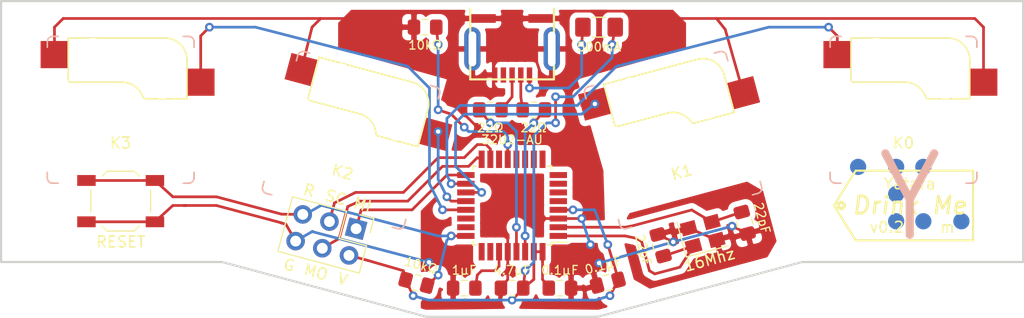
<source format=kicad_pcb>
(kicad_pcb (version 20171130) (host pcbnew 5.1.4+dfsg1-1)

  (general
    (thickness 1.6)
    (drawings 51)
    (tracks 216)
    (zones 0)
    (modules 20)
    (nets 34)
  )

  (page User 148.006 210.007)
  (title_block
    (title "Drink Me")
    (rev v0.2)
    (company Yatara)
  )

  (layers
    (0 F.Cu signal)
    (31 B.Cu signal)
    (32 B.Adhes user)
    (33 F.Adhes user)
    (34 B.Paste user)
    (35 F.Paste user)
    (36 B.SilkS user)
    (37 F.SilkS user)
    (38 B.Mask user)
    (39 F.Mask user)
    (40 Dwgs.User user hide)
    (41 Cmts.User user hide)
    (42 Eco1.User user hide)
    (43 Eco2.User user hide)
    (44 Edge.Cuts user)
    (45 Margin user)
    (46 B.CrtYd user)
    (47 F.CrtYd user)
    (48 B.Fab user)
    (49 F.Fab user)
  )

  (setup
    (last_trace_width 0.25)
    (trace_clearance 0.2)
    (zone_clearance 0.508)
    (zone_45_only no)
    (trace_min 0.2)
    (via_size 0.8)
    (via_drill 0.4)
    (via_min_size 0.4)
    (via_min_drill 0.3)
    (uvia_size 0.3)
    (uvia_drill 0.1)
    (uvias_allowed no)
    (uvia_min_size 0.2)
    (uvia_min_drill 0.1)
    (edge_width 0.15)
    (segment_width 0.2)
    (pcb_text_width 0.3)
    (pcb_text_size 1.5 1.5)
    (mod_edge_width 0.15)
    (mod_text_size 1 1)
    (mod_text_width 0.15)
    (pad_size 1.524 1.524)
    (pad_drill 0.762)
    (pad_to_mask_clearance 0.051)
    (solder_mask_min_width 0.25)
    (aux_axis_origin 0 0)
    (grid_origin 75.6 70.8)
    (visible_elements FFFFFF7F)
    (pcbplotparams
      (layerselection 0x010fc_ffffffff)
      (usegerberextensions true)
      (usegerberattributes false)
      (usegerberadvancedattributes false)
      (creategerberjobfile false)
      (excludeedgelayer true)
      (linewidth 0.100000)
      (plotframeref false)
      (viasonmask false)
      (mode 1)
      (useauxorigin false)
      (hpglpennumber 1)
      (hpglpenspeed 20)
      (hpglpendiameter 15.000000)
      (psnegative false)
      (psa4output false)
      (plotreference true)
      (plotvalue true)
      (plotinvisibletext false)
      (padsonsilk false)
      (subtractmaskfromsilk false)
      (outputformat 1)
      (mirror false)
      (drillshape 0)
      (scaleselection 1)
      (outputdirectory "gerber/"))
  )

  (net 0 "")
  (net 1 GND)
  (net 2 VCC)
  (net 3 "Net-(R2-Pad2)")
  (net 4 "Net-(R3-Pad1)")
  (net 5 "Net-(U1-Pad7)")
  (net 6 "Net-(U1-Pad8)")
  (net 7 "Net-(U1-Pad12)")
  (net 8 "Net-(U1-Pad22)")
  (net 9 "Net-(U1-Pad25)")
  (net 10 "Net-(U1-Pad26)")
  (net 11 D-)
  (net 12 D+)
  (net 13 KEY3)
  (net 14 KEY0)
  (net 15 KEY1)
  (net 16 KEY2)
  (net 17 "Net-(R4-Pad2)")
  (net 18 RST)
  (net 19 +5V)
  (net 20 "Net-(C2-Pad2)")
  (net 21 "Net-(U1-Pad5)")
  (net 22 "Net-(U1-Pad10)")
  (net 23 "Net-(U1-Pad11)")
  (net 24 "Net-(U1-Pad14)")
  (net 25 SCK)
  (net 26 MOSI)
  (net 27 MISO)
  (net 28 "Net-(U1-Pad23)")
  (net 29 "Net-(C8-Pad2)")
  (net 30 "Net-(U1-Pad6)")
  (net 31 "Net-(U1-Pad9)")
  (net 32 "Net-(C1-Pad2)")
  (net 33 "Net-(J1-Pad4)")

  (net_class Default "This is the default net class."
    (clearance 0.2)
    (trace_width 0.25)
    (via_dia 0.8)
    (via_drill 0.4)
    (uvia_dia 0.3)
    (uvia_drill 0.1)
    (add_net +5V)
    (add_net D+)
    (add_net D-)
    (add_net GND)
    (add_net KEY0)
    (add_net KEY1)
    (add_net KEY2)
    (add_net KEY3)
    (add_net MISO)
    (add_net MOSI)
    (add_net "Net-(C1-Pad2)")
    (add_net "Net-(C2-Pad2)")
    (add_net "Net-(C8-Pad2)")
    (add_net "Net-(J1-Pad4)")
    (add_net "Net-(R2-Pad2)")
    (add_net "Net-(R3-Pad1)")
    (add_net "Net-(R4-Pad2)")
    (add_net "Net-(U1-Pad10)")
    (add_net "Net-(U1-Pad11)")
    (add_net "Net-(U1-Pad12)")
    (add_net "Net-(U1-Pad14)")
    (add_net "Net-(U1-Pad22)")
    (add_net "Net-(U1-Pad23)")
    (add_net "Net-(U1-Pad25)")
    (add_net "Net-(U1-Pad26)")
    (add_net "Net-(U1-Pad5)")
    (add_net "Net-(U1-Pad6)")
    (add_net "Net-(U1-Pad7)")
    (add_net "Net-(U1-Pad8)")
    (add_net "Net-(U1-Pad9)")
    (add_net RST)
    (add_net SCK)
    (add_net VCC)
  )

  (module keyboard_parts:USB_miniB_hirose_5S8 (layer F.Cu) (tedit 5950B1FC) (tstamp 5E363E0D)
    (at 74 70.8 180)
    (descr "USB miniB hirose UX60SC-MB-5S8")
    (tags "USB miniB hirose through hole UX60SC-MB-5S8")
    (path /5E36297A)
    (fp_text reference J1 (at 0 2.45) (layer F.SilkS) hide
      (effects (font (size 0.8128 0.8128) (thickness 0.2032)))
    )
    (fp_text value USB_mini_micro_B (at 0 7.95) (layer Dwgs.User) hide
      (effects (font (size 1.524 1.524) (thickness 0.3048)))
    )
    (fp_line (start -3.85 6.6) (end 3.85 6.6) (layer Dwgs.User) (width 0.2))
    (fp_text user "PCB edge" (at -0.05 5.35) (layer Dwgs.User) hide
      (effects (font (size 0.5 0.5) (thickness 0.125)))
    )
    (fp_line (start 3.85 6.6) (end 3.85 5.7) (layer Dwgs.User) (width 0.2))
    (fp_line (start -3.85 6.6) (end -3.85 5.7) (layer Dwgs.User) (width 0.2))
    (fp_line (start -1 6.1) (end 1 6.1) (layer Dwgs.User) (width 0.2))
    (fp_line (start -3.85 -0.4) (end 3.85 -0.4) (layer F.SilkS) (width 0.2))
    (fp_line (start -3.85 -0.4) (end -3.85 6.1) (layer F.SilkS) (width 0.2))
    (fp_line (start 3.85 -0.4) (end 3.85 6.1) (layer F.SilkS) (width 0.2))
    (pad 6 thru_hole oval (at 3.65 2.4 180) (size 1.5 4) (drill oval 0.7 3.2) (layers *.Cu *.Mask F.Paste)
      (net 1 GND))
    (pad 6 thru_hole oval (at -3.65 2.4 180) (size 1.5 4) (drill oval 0.7 3.2) (layers *.Cu *.Mask F.Paste)
      (net 1 GND))
    (pad 5 smd rect (at 1.6 0 180) (size 0.5 1.4) (layers F.Cu F.Paste F.Mask)
      (net 1 GND))
    (pad 4 smd rect (at 0.8 0 180) (size 0.5 1.4) (layers F.Cu F.Paste F.Mask)
      (net 33 "Net-(J1-Pad4)"))
    (pad 3 smd rect (at 0 0 180) (size 0.5 1.4) (layers F.Cu F.Paste F.Mask)
      (net 12 D+))
    (pad 2 smd rect (at -0.8 0 180) (size 0.5 1.4) (layers F.Cu F.Paste F.Mask)
      (net 11 D-))
    (pad 1 smd rect (at -1.6 0 180) (size 0.5 1.4) (layers F.Cu F.Paste F.Mask)
      (net 2 VCC))
    (pad 6 smd rect (at -2.675 5.2 180) (size 2.35 0.8) (layers F.Cu F.Paste F.Mask)
      (net 1 GND))
    (pad 6 smd rect (at 2.675 5.2 180) (size 2.35 0.8) (layers F.Cu F.Paste F.Mask)
      (net 1 GND))
  )

  (module Yatara:Kailh_PCB_Socket_1511_MX (layer F.Cu) (tedit 5CE43AEB) (tstamp 5E1C28BE)
    (at 59.1907 76.7898 345)
    (path /5C16D906)
    (fp_text reference K2 (at 0 3.05 345) (layer F.SilkS)
      (effects (font (size 1 1) (thickness 0.15)))
    )
    (fp_text value KEYSW (at 0 -0.5 345) (layer F.Fab)
      (effects (font (size 1 1) (thickness 0.15)))
    )
    (fp_line (start 4.064 -6.604001) (end -4.826 -6.604) (layer F.SilkS) (width 0.15))
    (fp_line (start -4.826 -6.604) (end -4.826 -2.793999) (layer F.SilkS) (width 0.15))
    (fp_line (start 6.096 -1.016) (end 6.096 -4.572) (layer F.SilkS) (width 0.15))
    (fp_arc (start 4.064 -4.572) (end 6.096 -4.572) (angle -90) (layer F.SilkS) (width 0.15))
    (fp_line (start 6.096 -1.016) (end 2.286 -1.016) (layer F.SilkS) (width 0.15))
    (fp_line (start 0.127 -2.54) (end -4.572 -2.54) (layer F.SilkS) (width 0.15))
    (fp_arc (start -4.571999 -2.794) (end -4.826 -2.793999) (angle -90) (layer F.SilkS) (width 0.15))
    (fp_arc (start 0.127 -0.508) (end 0.127 -2.54) (angle 69) (layer F.SilkS) (width 0.15))
    (fp_arc (start 2.286 -1.27) (end 2.286 -1.016) (angle 69) (layer F.SilkS) (width 0.15))
    (fp_line (start 8.89 -0.76) (end 8.89 -6.86) (layer F.CrtYd) (width 0.05))
    (fp_line (start 8.89 -6.86) (end -7.62 -6.86) (layer F.CrtYd) (width 0.05))
    (fp_line (start -7.62 -6.86) (end -7.62 -0.76) (layer F.CrtYd) (width 0.05))
    (fp_line (start -7.62 -0.76) (end 8.89 -0.76) (layer F.CrtYd) (width 0.05))
    (fp_line (start 7 7) (end 7 -7) (layer B.CrtYd) (width 0.05))
    (fp_line (start 7 -7) (end -7 -7) (layer B.CrtYd) (width 0.05))
    (fp_line (start -7 -7) (end -7 7) (layer B.CrtYd) (width 0.05))
    (fp_line (start -7 7) (end 7 7) (layer B.CrtYd) (width 0.05))
    (fp_arc (start 6.25 -6.25) (end 6.75 -6.25) (angle -90) (layer B.SilkS) (width 0.15))
    (fp_arc (start 6.25 6.25) (end 6.25 6.75) (angle -90) (layer B.SilkS) (width 0.15))
    (fp_arc (start -6.25 6.25) (end -6.75 6.25) (angle -90) (layer B.SilkS) (width 0.15))
    (fp_arc (start -6.25 -6.25) (end -6.25 -6.75) (angle -90) (layer B.SilkS) (width 0.15))
    (fp_line (start 6.25 -6.75) (end 5.75 -6.75) (layer B.SilkS) (width 0.15))
    (fp_line (start 6.75 -6.25) (end 6.75 -5.75) (layer B.SilkS) (width 0.15))
    (fp_line (start 6.75 6.25) (end 6.75 5.75) (layer B.SilkS) (width 0.15))
    (fp_line (start 6.25 6.75) (end 5.75 6.75) (layer B.SilkS) (width 0.15))
    (fp_line (start -6.25 6.75) (end -5.75 6.75) (layer B.SilkS) (width 0.15))
    (fp_line (start -6.75 6.25) (end -6.75 5.75) (layer B.SilkS) (width 0.15))
    (fp_line (start -6.75 -6.25) (end -6.75 -5.75) (layer B.SilkS) (width 0.15))
    (fp_line (start -6.25 -6.75) (end -5.75 -6.75) (layer B.SilkS) (width 0.15))
    (pad "" np_thru_hole circle (at 0 0 345) (size 4 4) (drill 4) (layers *.Cu *.Mask))
    (pad "" np_thru_hole circle (at 5.08 0 345) (size 1.7 1.7) (drill 1.7) (layers *.Cu *.Mask))
    (pad "" np_thru_hole circle (at -5.08 0 345) (size 1.7 1.7) (drill 1.7) (layers *.Cu *.Mask))
    (pad "" np_thru_hole circle (at -2.540001 -5.08 345) (size 3 3) (drill 3) (layers *.Cu *.Mask))
    (pad "" np_thru_hole circle (at 3.81 -2.54 345) (size 3 3) (drill 3) (layers *.Cu *.Mask))
    (pad 2 smd rect (at -6.09 -5.08 345) (size 2.55 2.5) (layers F.Cu F.Paste F.Mask)
      (net 1 GND))
    (pad 1 smd rect (at 7.360001 -2.54 345) (size 2.55 2.5) (layers F.Cu F.Paste F.Mask)
      (net 16 KEY2))
    (model ${YATARA3DMOD}/Kailh_PCB_Socket_1511_MX.step
      (at (xyz 0 0 0))
      (scale (xyz 1 1 1))
      (rotate (xyz 0 0 0))
    )
  )

  (module Crystal:Crystal_SMD_3225-4Pin_3.2x2.5mm (layer F.Cu) (tedit 5A0FD1B2) (tstamp 5E3083A4)
    (at 91.52637 85.426472 15)
    (descr "SMD Crystal SERIES SMD3225/4 http://www.txccrystal.com/images/pdf/7m-accuracy.pdf, 3.2x2.5mm^2 package")
    (tags "SMD SMT crystal")
    (path /5E132771)
    (attr smd)
    (fp_text reference Y1 (at 0 -2.45 15) (layer F.Fab)
      (effects (font (size 1 1) (thickness 0.15)))
    )
    (fp_text value 16Mhz (at 0 2.45 15) (layer F.SilkS)
      (effects (font (size 1 1) (thickness 0.15)))
    )
    (fp_line (start 2.1 -1.7) (end -2.1 -1.7) (layer F.CrtYd) (width 0.05))
    (fp_line (start 2.1 1.7) (end 2.1 -1.7) (layer F.CrtYd) (width 0.05))
    (fp_line (start -2.1 1.7) (end 2.1 1.7) (layer F.CrtYd) (width 0.05))
    (fp_line (start -2.1 -1.7) (end -2.1 1.7) (layer F.CrtYd) (width 0.05))
    (fp_line (start -2 1.65) (end 2 1.65) (layer F.SilkS) (width 0.12))
    (fp_line (start -2 -1.65) (end -2 1.65) (layer F.SilkS) (width 0.12))
    (fp_line (start -1.6 0.25) (end -0.6 1.25) (layer F.Fab) (width 0.1))
    (fp_line (start 1.6 -1.25) (end -1.6 -1.25) (layer F.Fab) (width 0.1))
    (fp_line (start 1.6 1.25) (end 1.6 -1.25) (layer F.Fab) (width 0.1))
    (fp_line (start -1.6 1.25) (end 1.6 1.25) (layer F.Fab) (width 0.1))
    (fp_line (start -1.6 -1.25) (end -1.6 1.25) (layer F.Fab) (width 0.1))
    (fp_text user %R (at 0 0 15) (layer F.Fab)
      (effects (font (size 0.7 0.7) (thickness 0.105)))
    )
    (pad 4 smd rect (at -1.1 -0.85 15) (size 1.4 1.2) (layers F.Cu F.Paste F.Mask)
      (net 1 GND))
    (pad 3 smd rect (at 1.1 -0.85 15) (size 1.4 1.2) (layers F.Cu F.Paste F.Mask)
      (net 20 "Net-(C2-Pad2)"))
    (pad 2 smd rect (at 1.1 0.85 15) (size 1.4 1.2) (layers F.Cu F.Paste F.Mask)
      (net 1 GND))
    (pad 1 smd rect (at -1.1 0.85 15) (size 1.4 1.2) (layers F.Cu F.Paste F.Mask)
      (net 32 "Net-(C1-Pad2)"))
    (model ${KISYS3DMOD}/Crystal.3dshapes/Crystal_SMD_3225-4Pin_3.2x2.5mm.wrl
      (at (xyz 0 0 0))
      (scale (xyz 1 1 1))
      (rotate (xyz 0 0 0))
    )
  )

  (module Connector_PinHeader_2.54mm:PinHeader_2x03_P2.54mm_Vertical (layer F.Cu) (tedit 59FED5CC) (tstamp 5E23779D)
    (at 59.654307 84.937387 255)
    (descr "Through hole straight pin header, 2x03, 2.54mm pitch, double rows")
    (tags "Through hole pin header THT 2x03 2.54mm double row")
    (path /5E128D0E)
    (fp_text reference J0 (at 1.27 -2.33 255) (layer F.Fab)
      (effects (font (size 1 1) (thickness 0.15)))
    )
    (fp_text value AVR-ISP-6 (at 1.27 7.41 255) (layer F.Fab) hide
      (effects (font (size 1 1) (thickness 0.15)))
    )
    (fp_text user %R (at 1.27 2.54 345) (layer F.Fab)
      (effects (font (size 1 1) (thickness 0.15)))
    )
    (fp_line (start 4.35 -1.8) (end -1.8 -1.8) (layer F.CrtYd) (width 0.05))
    (fp_line (start 4.35 6.85) (end 4.35 -1.8) (layer F.CrtYd) (width 0.05))
    (fp_line (start -1.8 6.85) (end 4.35 6.85) (layer F.CrtYd) (width 0.05))
    (fp_line (start -1.8 -1.8) (end -1.8 6.85) (layer F.CrtYd) (width 0.05))
    (fp_line (start -1.33 -1.33) (end 0 -1.33) (layer F.SilkS) (width 0.12))
    (fp_line (start -1.33 0) (end -1.33 -1.33) (layer F.SilkS) (width 0.12))
    (fp_line (start 1.27 -1.33) (end 3.87 -1.33) (layer F.SilkS) (width 0.12))
    (fp_line (start 1.27 1.27) (end 1.27 -1.33) (layer F.SilkS) (width 0.12))
    (fp_line (start -1.33 1.27) (end 1.27 1.27) (layer F.SilkS) (width 0.12))
    (fp_line (start 3.87 -1.33) (end 3.87 6.41) (layer F.SilkS) (width 0.12))
    (fp_line (start -1.33 1.27) (end -1.33 6.41) (layer F.SilkS) (width 0.12))
    (fp_line (start -1.33 6.41) (end 3.87 6.41) (layer F.SilkS) (width 0.12))
    (fp_line (start -1.27 0) (end 0 -1.27) (layer F.Fab) (width 0.1))
    (fp_line (start -1.27 6.35) (end -1.27 0) (layer F.Fab) (width 0.1))
    (fp_line (start 3.81 6.35) (end -1.27 6.35) (layer F.Fab) (width 0.1))
    (fp_line (start 3.81 -1.27) (end 3.81 6.35) (layer F.Fab) (width 0.1))
    (fp_line (start 0 -1.27) (end 3.81 -1.27) (layer F.Fab) (width 0.1))
    (pad 6 thru_hole oval (at 2.54 5.08 255) (size 1.7 1.7) (drill 1) (layers *.Cu *.Mask)
      (net 1 GND))
    (pad 5 thru_hole oval (at 0 5.08 255) (size 1.7 1.7) (drill 1) (layers *.Cu *.Mask)
      (net 18 RST))
    (pad 4 thru_hole oval (at 2.54 2.54 255) (size 1.7 1.7) (drill 1) (layers *.Cu *.Mask)
      (net 26 MOSI))
    (pad 3 thru_hole oval (at 0 2.54 255) (size 1.7 1.7) (drill 1) (layers *.Cu *.Mask)
      (net 25 SCK))
    (pad 2 thru_hole oval (at 2.54 0 255) (size 1.7 1.7) (drill 1) (layers *.Cu *.Mask)
      (net 19 +5V))
    (pad 1 thru_hole rect (at 0 0 255) (size 1.7 1.7) (drill 1) (layers *.Cu *.Mask)
      (net 27 MISO))
    (model ${KISYS3DMOD}/Connector_PinHeader_2.54mm.3dshapes/PinHeader_2x03_P2.54mm_Vertical.wrl
      (at (xyz 0 0 0))
      (scale (xyz 1 1 1))
      (rotate (xyz 0 0 0))
    )
  )

  (module Button_Switch_SMD:SW_SPST_TL3342 (layer F.Cu) (tedit 5E15B31B) (tstamp 5E1C2960)
    (at 38 82.4)
    (descr "Low-profile SMD Tactile Switch, https://www.e-switch.com/system/asset/product_line/data_sheet/165/TL3342.pdf")
    (tags "SPST Tactile Switch")
    (path /5C1541E4)
    (attr smd)
    (fp_text reference SW1 (at 0 -3.75) (layer F.SilkS) hide
      (effects (font (size 1 1) (thickness 0.15)))
    )
    (fp_text value RESET (at 0 3.75) (layer F.Fab) hide
      (effects (font (size 1 1) (thickness 0.15)))
    )
    (fp_circle (center 0 0) (end 1 0) (layer F.Fab) (width 0.1))
    (fp_line (start -4.25 3) (end -4.25 -3) (layer F.CrtYd) (width 0.05))
    (fp_line (start 4.25 3) (end -4.25 3) (layer F.CrtYd) (width 0.05))
    (fp_line (start 4.25 -3) (end 4.25 3) (layer F.CrtYd) (width 0.05))
    (fp_line (start -4.25 -3) (end 4.25 -3) (layer F.CrtYd) (width 0.05))
    (fp_line (start -1.2 -2.6) (end -2.6 -1.2) (layer F.Fab) (width 0.1))
    (fp_line (start 1.2 -2.6) (end -1.2 -2.6) (layer F.Fab) (width 0.1))
    (fp_line (start 2.6 -1.2) (end 1.2 -2.6) (layer F.Fab) (width 0.1))
    (fp_line (start 2.6 1.2) (end 2.6 -1.2) (layer F.Fab) (width 0.1))
    (fp_line (start 1.2 2.6) (end 2.6 1.2) (layer F.Fab) (width 0.1))
    (fp_line (start -1.2 2.6) (end 1.2 2.6) (layer F.Fab) (width 0.1))
    (fp_line (start -2.6 1.2) (end -1.2 2.6) (layer F.Fab) (width 0.1))
    (fp_line (start -2.6 -1.2) (end -2.6 1.2) (layer F.Fab) (width 0.1))
    (fp_line (start -1.25 -2.75) (end 1.25 -2.75) (layer F.SilkS) (width 0.12))
    (fp_line (start -2.75 -1) (end -2.75 1) (layer F.SilkS) (width 0.12))
    (fp_line (start -1.25 2.75) (end 1.25 2.75) (layer F.SilkS) (width 0.12))
    (fp_line (start 2.75 -1) (end 2.75 1) (layer F.SilkS) (width 0.12))
    (fp_line (start -2 1) (end -2 -1) (layer F.Fab) (width 0.1))
    (fp_line (start -1 2) (end -2 1) (layer F.Fab) (width 0.1))
    (fp_line (start 1 2) (end -1 2) (layer F.Fab) (width 0.1))
    (fp_line (start 2 1) (end 1 2) (layer F.Fab) (width 0.1))
    (fp_line (start 2 -1) (end 2 1) (layer F.Fab) (width 0.1))
    (fp_line (start 1 -2) (end 2 -1) (layer F.Fab) (width 0.1))
    (fp_line (start -1 -2) (end 1 -2) (layer F.Fab) (width 0.1))
    (fp_line (start -2 -1) (end -1 -2) (layer F.Fab) (width 0.1))
    (fp_line (start -1.7 -2.3) (end -1.25 -2.75) (layer F.SilkS) (width 0.12))
    (fp_line (start 1.7 -2.3) (end 1.25 -2.75) (layer F.SilkS) (width 0.12))
    (fp_line (start 1.7 2.3) (end 1.25 2.75) (layer F.SilkS) (width 0.12))
    (fp_line (start -1.7 2.3) (end -1.25 2.75) (layer F.SilkS) (width 0.12))
    (fp_line (start 3.2 1.6) (end 2.2 1.6) (layer F.Fab) (width 0.1))
    (fp_line (start 2.7 2.1) (end 2.7 1.6) (layer F.Fab) (width 0.1))
    (fp_line (start 1.7 2.1) (end 3.2 2.1) (layer F.Fab) (width 0.1))
    (fp_line (start -1.7 2.1) (end -3.2 2.1) (layer F.Fab) (width 0.1))
    (fp_line (start -3.2 1.6) (end -2.2 1.6) (layer F.Fab) (width 0.1))
    (fp_line (start -2.7 2.1) (end -2.7 1.6) (layer F.Fab) (width 0.1))
    (fp_line (start -3.2 -1.6) (end -2.2 -1.6) (layer F.Fab) (width 0.1))
    (fp_line (start -1.7 -2.1) (end -3.2 -2.1) (layer F.Fab) (width 0.1))
    (fp_line (start -2.7 -2.1) (end -2.7 -1.6) (layer F.Fab) (width 0.1))
    (fp_line (start 3.2 -1.6) (end 2.2 -1.6) (layer F.Fab) (width 0.1))
    (fp_line (start 1.7 -2.1) (end 3.2 -2.1) (layer F.Fab) (width 0.1))
    (fp_line (start 2.7 -2.1) (end 2.7 -1.6) (layer F.Fab) (width 0.1))
    (fp_line (start -3.2 -2.1) (end -3.2 -1.6) (layer F.Fab) (width 0.1))
    (fp_line (start -3.2 2.1) (end -3.2 1.6) (layer F.Fab) (width 0.1))
    (fp_line (start 3.2 -2.1) (end 3.2 -1.6) (layer F.Fab) (width 0.1))
    (fp_line (start 3.2 2.1) (end 3.2 1.6) (layer F.Fab) (width 0.1))
    (fp_text user RESET (at 0 3.75) (layer F.SilkS)
      (effects (font (size 1 1) (thickness 0.15)))
    )
    (pad 2 smd rect (at 3.15 1.9) (size 1.7 1) (layers F.Cu F.Paste F.Mask)
      (net 1 GND))
    (pad 2 smd rect (at -3.15 1.9) (size 1.7 1) (layers F.Cu F.Paste F.Mask)
      (net 1 GND))
    (pad 1 smd rect (at 3.15 -1.9) (size 1.7 1) (layers F.Cu F.Paste F.Mask)
      (net 18 RST))
    (pad 1 smd rect (at -3.15 -1.9) (size 1.7 1) (layers F.Cu F.Paste F.Mask)
      (net 18 RST))
    (model ${KISYS3DMOD}/Button_Switch_SMD.3dshapes/SW_SPST_TL3342.wrl
      (at (xyz 0 0 0))
      (scale (xyz 1 1 1))
      (rotate (xyz 0 0 0))
    )
  )

  (module Resistor_SMD:R_0805_2012Metric_Pad1.15x1.40mm_HandSolder (layer F.Cu) (tedit 5B36C52B) (tstamp 5E1C2908)
    (at 66 66.4)
    (descr "Resistor SMD 0805 (2012 Metric), square (rectangular) end terminal, IPC_7351 nominal with elongated pad for handsoldering. (Body size source: https://docs.google.com/spreadsheets/d/1BsfQQcO9C6DZCsRaXUlFlo91Tg2WpOkGARC1WS5S8t0/edit?usp=sharing), generated with kicad-footprint-generator")
    (tags "resistor handsolder")
    (path /5C1585B2)
    (attr smd)
    (fp_text reference R2 (at 0 -1.65 180) (layer F.Fab)
      (effects (font (size 1 1) (thickness 0.15)))
    )
    (fp_text value 10kΩ (at 0 1.65 180) (layer F.SilkS)
      (effects (font (size 0.8 0.8) (thickness 0.12)))
    )
    (fp_text user %R (at 0 0 180) (layer F.Fab)
      (effects (font (size 0.5 0.5) (thickness 0.08)))
    )
    (fp_line (start 1.85 0.95) (end -1.85 0.95) (layer F.CrtYd) (width 0.05))
    (fp_line (start 1.85 -0.95) (end 1.85 0.95) (layer F.CrtYd) (width 0.05))
    (fp_line (start -1.85 -0.95) (end 1.85 -0.95) (layer F.CrtYd) (width 0.05))
    (fp_line (start -1.85 0.95) (end -1.85 -0.95) (layer F.CrtYd) (width 0.05))
    (fp_line (start -0.261252 0.71) (end 0.261252 0.71) (layer F.SilkS) (width 0.12))
    (fp_line (start -0.261252 -0.71) (end 0.261252 -0.71) (layer F.SilkS) (width 0.12))
    (fp_line (start 1 0.6) (end -1 0.6) (layer F.Fab) (width 0.1))
    (fp_line (start 1 -0.6) (end 1 0.6) (layer F.Fab) (width 0.1))
    (fp_line (start -1 -0.6) (end 1 -0.6) (layer F.Fab) (width 0.1))
    (fp_line (start -1 0.6) (end -1 -0.6) (layer F.Fab) (width 0.1))
    (pad 2 smd roundrect (at 1.025 0) (size 1.15 1.4) (layers F.Cu F.Paste F.Mask) (roundrect_rratio 0.217391)
      (net 3 "Net-(R2-Pad2)"))
    (pad 1 smd roundrect (at -1.025 0) (size 1.15 1.4) (layers F.Cu F.Paste F.Mask) (roundrect_rratio 0.217391)
      (net 1 GND))
    (model ${KISYS3DMOD}/Resistor_SMD.3dshapes/R_0805_2012Metric.wrl
      (at (xyz 0 0 0))
      (scale (xyz 1 1 1))
      (rotate (xyz 0 0 0))
    )
  )

  (module Package_QFP:TQFP-32_7x7mm_P0.8mm (layer F.Cu) (tedit 5E15A800) (tstamp 5E2941CD)
    (at 74 82.8 180)
    (descr "32-Lead Plastic Thin Quad Flatpack (PT) - 7x7x1.0 mm Body, 2.00 mm [TQFP] (see Microchip Packaging Specification 00000049BS.pdf)")
    (tags "QFP 0.8")
    (path /5E168047)
    (attr smd)
    (fp_text reference U1 (at 0 -6.05 180) (layer F.Fab)
      (effects (font (size 1 1) (thickness 0.15)))
    )
    (fp_text value 32U2-AU (at 0 6.05 180) (layer F.SilkS)
      (effects (font (size 0.8 0.8) (thickness 0.12)))
    )
    (fp_text user %R (at 0 0 180) (layer F.Fab) hide
      (effects (font (size 1 1) (thickness 0.15)))
    )
    (fp_line (start -2.5 -3.5) (end 3.5 -3.5) (layer F.Fab) (width 0.15))
    (fp_line (start 3.5 -3.5) (end 3.5 3.5) (layer F.Fab) (width 0.15))
    (fp_line (start 3.5 3.5) (end -3.5 3.5) (layer F.Fab) (width 0.15))
    (fp_line (start -3.5 3.5) (end -3.5 -2.5) (layer F.Fab) (width 0.15))
    (fp_line (start -3.5 -2.5) (end -2.5 -3.5) (layer F.Fab) (width 0.15))
    (fp_line (start -5.3 -5.3) (end -5.3 5.3) (layer F.CrtYd) (width 0.05))
    (fp_line (start 5.3 -5.3) (end 5.3 5.3) (layer F.CrtYd) (width 0.05))
    (fp_line (start -5.3 -5.3) (end 5.3 -5.3) (layer F.CrtYd) (width 0.05))
    (fp_line (start -5.3 5.3) (end 5.3 5.3) (layer F.CrtYd) (width 0.05))
    (fp_line (start -3.625 -3.625) (end -3.625 -3.4) (layer F.SilkS) (width 0.15))
    (fp_line (start 3.625 -3.625) (end 3.625 -3.3) (layer F.SilkS) (width 0.15))
    (fp_line (start 3.625 3.625) (end 3.625 3.3) (layer F.SilkS) (width 0.15))
    (fp_line (start -3.625 3.625) (end -3.625 3.3) (layer F.SilkS) (width 0.15))
    (fp_line (start -3.625 -3.625) (end -3.3 -3.625) (layer F.SilkS) (width 0.15))
    (fp_line (start -3.625 3.625) (end -3.3 3.625) (layer F.SilkS) (width 0.15))
    (fp_line (start 3.625 3.625) (end 3.3 3.625) (layer F.SilkS) (width 0.15))
    (fp_line (start 3.625 -3.625) (end 3.3 -3.625) (layer F.SilkS) (width 0.15))
    (fp_line (start -3.625 -3.4) (end -5.05 -3.4) (layer F.SilkS) (width 0.15))
    (pad 1 smd rect (at -4.25 -2.8 180) (size 1.6 0.55) (layers F.Cu F.Paste F.Mask)
      (net 32 "Net-(C1-Pad2)"))
    (pad 2 smd rect (at -4.25 -2 180) (size 1.6 0.55) (layers F.Cu F.Paste F.Mask)
      (net 20 "Net-(C2-Pad2)"))
    (pad 3 smd rect (at -4.25 -1.2 180) (size 1.6 0.55) (layers F.Cu F.Paste F.Mask)
      (net 1 GND))
    (pad 4 smd rect (at -4.25 -0.4 180) (size 1.6 0.55) (layers F.Cu F.Paste F.Mask)
      (net 19 +5V))
    (pad 5 smd rect (at -4.25 0.4 180) (size 1.6 0.55) (layers F.Cu F.Paste F.Mask)
      (net 21 "Net-(U1-Pad5)"))
    (pad 6 smd rect (at -4.25 1.2 180) (size 1.6 0.55) (layers F.Cu F.Paste F.Mask)
      (net 30 "Net-(U1-Pad6)"))
    (pad 7 smd rect (at -4.25 2 180) (size 1.6 0.55) (layers F.Cu F.Paste F.Mask)
      (net 5 "Net-(U1-Pad7)"))
    (pad 8 smd rect (at -4.25 2.8 180) (size 1.6 0.55) (layers F.Cu F.Paste F.Mask)
      (net 6 "Net-(U1-Pad8)"))
    (pad 9 smd rect (at -2.8 4.25 270) (size 1.6 0.55) (layers F.Cu F.Paste F.Mask)
      (net 31 "Net-(U1-Pad9)"))
    (pad 10 smd rect (at -2 4.25 270) (size 1.6 0.55) (layers F.Cu F.Paste F.Mask)
      (net 22 "Net-(U1-Pad10)"))
    (pad 11 smd rect (at -1.2 4.25 270) (size 1.6 0.55) (layers F.Cu F.Paste F.Mask)
      (net 23 "Net-(U1-Pad11)"))
    (pad 12 smd rect (at -0.4 4.25 270) (size 1.6 0.55) (layers F.Cu F.Paste F.Mask)
      (net 7 "Net-(U1-Pad12)"))
    (pad 13 smd rect (at 0.4 4.25 270) (size 1.6 0.55) (layers F.Cu F.Paste F.Mask)
      (net 3 "Net-(R2-Pad2)"))
    (pad 14 smd rect (at 1.2 4.25 270) (size 1.6 0.55) (layers F.Cu F.Paste F.Mask)
      (net 24 "Net-(U1-Pad14)"))
    (pad 15 smd rect (at 2 4.25 270) (size 1.6 0.55) (layers F.Cu F.Paste F.Mask)
      (net 25 SCK))
    (pad 16 smd rect (at 2.8 4.25 270) (size 1.6 0.55) (layers F.Cu F.Paste F.Mask)
      (net 26 MOSI))
    (pad 17 smd rect (at 4.25 2.8 180) (size 1.6 0.55) (layers F.Cu F.Paste F.Mask)
      (net 27 MISO))
    (pad 18 smd rect (at 4.25 2 180) (size 1.6 0.55) (layers F.Cu F.Paste F.Mask)
      (net 14 KEY0))
    (pad 19 smd rect (at 4.25 1.2 180) (size 1.6 0.55) (layers F.Cu F.Paste F.Mask)
      (net 15 KEY1))
    (pad 20 smd rect (at 4.25 0.4 180) (size 1.6 0.55) (layers F.Cu F.Paste F.Mask)
      (net 16 KEY2))
    (pad 21 smd rect (at 4.25 -0.4 180) (size 1.6 0.55) (layers F.Cu F.Paste F.Mask)
      (net 13 KEY3))
    (pad 22 smd rect (at 4.25 -1.2 180) (size 1.6 0.55) (layers F.Cu F.Paste F.Mask)
      (net 8 "Net-(U1-Pad22)"))
    (pad 23 smd rect (at 4.25 -2 180) (size 1.6 0.55) (layers F.Cu F.Paste F.Mask)
      (net 28 "Net-(U1-Pad23)"))
    (pad 24 smd rect (at 4.25 -2.8 180) (size 1.6 0.55) (layers F.Cu F.Paste F.Mask)
      (net 18 RST))
    (pad 25 smd rect (at 2.8 -4.25 270) (size 1.6 0.55) (layers F.Cu F.Paste F.Mask)
      (net 9 "Net-(U1-Pad25)"))
    (pad 26 smd rect (at 2 -4.25 270) (size 1.6 0.55) (layers F.Cu F.Paste F.Mask)
      (net 10 "Net-(U1-Pad26)"))
    (pad 27 smd rect (at 1.2 -4.25 270) (size 1.6 0.55) (layers F.Cu F.Paste F.Mask)
      (net 29 "Net-(C8-Pad2)"))
    (pad 28 smd rect (at 0.4 -4.25 270) (size 1.6 0.55) (layers F.Cu F.Paste F.Mask)
      (net 1 GND))
    (pad 29 smd rect (at -0.4 -4.25 270) (size 1.6 0.55) (layers F.Cu F.Paste F.Mask)
      (net 4 "Net-(R3-Pad1)"))
    (pad 30 smd rect (at -1.2 -4.25 270) (size 1.6 0.55) (layers F.Cu F.Paste F.Mask)
      (net 17 "Net-(R4-Pad2)"))
    (pad 31 smd rect (at -2 -4.25 270) (size 1.6 0.55) (layers F.Cu F.Paste F.Mask)
      (net 19 +5V))
    (pad 32 smd rect (at -2.8 -4.25 270) (size 1.6 0.55) (layers F.Cu F.Paste F.Mask)
      (net 19 +5V))
    (model ${KISYS3DMOD}/Package_QFP.3dshapes/TQFP-32_7x7mm_P0.8mm.wrl
      (at (xyz 0 0 0))
      (scale (xyz 1 1 1))
      (rotate (xyz 0 0 0))
    )
  )

  (module Fuse:Fuse_1206_3216Metric_Pad1.42x1.75mm_HandSolder (layer F.Cu) (tedit 5E15B398) (tstamp 5E360CB4)
    (at 82 66.4 180)
    (descr "Fuse SMD 1206 (3216 Metric), square (rectangular) end terminal, IPC_7351 nominal with elongated pad for handsoldering. (Body size source: http://www.tortai-tech.com/upload/download/2011102023233369053.pdf), generated with kicad-footprint-generator")
    (tags "resistor handsolder")
    (path /5E2FBE72)
    (attr smd)
    (fp_text reference F1 (at 0 -1.82) (layer F.Fab)
      (effects (font (size 1 1) (thickness 0.15)))
    )
    (fp_text value 500mA (at 0 -1.82) (layer F.SilkS)
      (effects (font (size 0.8 0.8) (thickness 0.12)))
    )
    (fp_line (start -1.6 0.8) (end -1.6 -0.8) (layer F.Fab) (width 0.1))
    (fp_line (start -1.6 -0.8) (end 1.6 -0.8) (layer F.Fab) (width 0.1))
    (fp_line (start 1.6 -0.8) (end 1.6 0.8) (layer F.Fab) (width 0.1))
    (fp_line (start 1.6 0.8) (end -1.6 0.8) (layer F.Fab) (width 0.1))
    (fp_line (start -0.602064 -0.91) (end 0.602064 -0.91) (layer F.SilkS) (width 0.12))
    (fp_line (start -0.602064 0.91) (end 0.602064 0.91) (layer F.SilkS) (width 0.12))
    (fp_line (start -2.45 1.12) (end -2.45 -1.12) (layer F.CrtYd) (width 0.05))
    (fp_line (start -2.45 -1.12) (end 2.45 -1.12) (layer F.CrtYd) (width 0.05))
    (fp_line (start 2.45 -1.12) (end 2.45 1.12) (layer F.CrtYd) (width 0.05))
    (fp_line (start 2.45 1.12) (end -2.45 1.12) (layer F.CrtYd) (width 0.05))
    (fp_text user %R (at 0 0) (layer F.Fab)
      (effects (font (size 0.8 0.8) (thickness 0.12)))
    )
    (pad 1 smd roundrect (at -1.4875 0 180) (size 1.425 1.75) (layers F.Cu F.Paste F.Mask) (roundrect_rratio 0.175439)
      (net 19 +5V))
    (pad 2 smd roundrect (at 1.4875 0 180) (size 1.425 1.75) (layers F.Cu F.Paste F.Mask) (roundrect_rratio 0.175439)
      (net 2 VCC))
    (model ${KISYS3DMOD}/Fuse.3dshapes/Fuse_1206_3216Metric.wrl
      (at (xyz 0 0 0))
      (scale (xyz 1 1 1))
      (rotate (xyz 0 0 0))
    )
  )

  (module Capacitor_SMD:C_0805_2012Metric_Pad1.15x1.40mm_HandSolder (layer F.Cu) (tedit 5E15AC39) (tstamp 5E23C447)
    (at 87.662667 86.461749 285)
    (descr "Capacitor SMD 0805 (2012 Metric), square (rectangular) end terminal, IPC_7351 nominal with elongated pad for handsoldering. (Body size source: https://docs.google.com/spreadsheets/d/1BsfQQcO9C6DZCsRaXUlFlo91Tg2WpOkGARC1WS5S8t0/edit?usp=sharing), generated with kicad-footprint-generator")
    (tags "capacitor handsolder")
    (path /5E1DE5E9)
    (attr smd)
    (fp_text reference C1 (at 0 -1.65 105) (layer F.Fab)
      (effects (font (size 1 1) (thickness 0.15)))
    )
    (fp_text value 22pF (at 0 1.65 285) (layer F.SilkS)
      (effects (font (size 0.8 0.8) (thickness 0.12)))
    )
    (fp_text user %R (at 0 0 285) (layer F.Fab)
      (effects (font (size 0.5 0.5) (thickness 0.08)))
    )
    (fp_line (start 1.85 0.95) (end -1.85 0.95) (layer F.CrtYd) (width 0.05))
    (fp_line (start 1.85 -0.95) (end 1.85 0.95) (layer F.CrtYd) (width 0.05))
    (fp_line (start -1.85 -0.95) (end 1.85 -0.95) (layer F.CrtYd) (width 0.05))
    (fp_line (start -1.85 0.95) (end -1.85 -0.95) (layer F.CrtYd) (width 0.05))
    (fp_line (start -0.261252 0.71) (end 0.261252 0.71) (layer F.SilkS) (width 0.12))
    (fp_line (start -0.261252 -0.71) (end 0.261252 -0.71) (layer F.SilkS) (width 0.12))
    (fp_line (start 1 0.599999) (end -1 0.600001) (layer F.Fab) (width 0.1))
    (fp_line (start 1 -0.600001) (end 1 0.599999) (layer F.Fab) (width 0.1))
    (fp_line (start -1 -0.599999) (end 1 -0.600001) (layer F.Fab) (width 0.1))
    (fp_line (start -1 0.600001) (end -1 -0.599999) (layer F.Fab) (width 0.1))
    (pad 2 smd roundrect (at 1.025 0 285) (size 1.15 1.4) (layers F.Cu F.Paste F.Mask) (roundrect_rratio 0.217391)
      (net 32 "Net-(C1-Pad2)"))
    (pad 1 smd roundrect (at -1.025 0 285) (size 1.15 1.4) (layers F.Cu F.Paste F.Mask) (roundrect_rratio 0.217391)
      (net 1 GND))
    (model ${KISYS3DMOD}/Capacitor_SMD.3dshapes/C_0805_2012Metric.wrl
      (at (xyz 0 0 0))
      (scale (xyz 1 1 1))
      (rotate (xyz 0 0 0))
    )
  )

  (module Capacitor_SMD:C_0805_2012Metric_Pad1.15x1.40mm_HandSolder (layer F.Cu) (tedit 5E15A835) (tstamp 5E23C4BF)
    (at 95.390074 84.391196 105)
    (descr "Capacitor SMD 0805 (2012 Metric), square (rectangular) end terminal, IPC_7351 nominal with elongated pad for handsoldering. (Body size source: https://docs.google.com/spreadsheets/d/1BsfQQcO9C6DZCsRaXUlFlo91Tg2WpOkGARC1WS5S8t0/edit?usp=sharing), generated with kicad-footprint-generator")
    (tags "capacitor handsolder")
    (path /5E1D3602)
    (attr smd)
    (fp_text reference C2 (at 0 -1.65 285) (layer F.Fab)
      (effects (font (size 1 1) (thickness 0.15)))
    )
    (fp_text value 22pF (at 0 1.65 105) (layer F.SilkS)
      (effects (font (size 0.8 0.8) (thickness 0.12)))
    )
    (fp_line (start -1 0.600001) (end -1 -0.599999) (layer F.Fab) (width 0.1))
    (fp_line (start -1 -0.599999) (end 1 -0.600001) (layer F.Fab) (width 0.1))
    (fp_line (start 1 -0.600001) (end 1 0.599999) (layer F.Fab) (width 0.1))
    (fp_line (start 1 0.599999) (end -1 0.600001) (layer F.Fab) (width 0.1))
    (fp_line (start -0.261252 -0.71) (end 0.261252 -0.71) (layer F.SilkS) (width 0.12))
    (fp_line (start -0.261252 0.71) (end 0.261252 0.71) (layer F.SilkS) (width 0.12))
    (fp_line (start -1.85 0.95) (end -1.85 -0.95) (layer F.CrtYd) (width 0.05))
    (fp_line (start -1.85 -0.95) (end 1.85 -0.95) (layer F.CrtYd) (width 0.05))
    (fp_line (start 1.85 -0.95) (end 1.85 0.95) (layer F.CrtYd) (width 0.05))
    (fp_line (start 1.85 0.95) (end -1.85 0.95) (layer F.CrtYd) (width 0.05))
    (fp_text user %R (at 0 0 105) (layer F.Fab)
      (effects (font (size 0.5 0.5) (thickness 0.08)))
    )
    (pad 1 smd roundrect (at -1.025 0 105) (size 1.15 1.4) (layers F.Cu F.Paste F.Mask) (roundrect_rratio 0.217391)
      (net 1 GND))
    (pad 2 smd roundrect (at 1.025 0 105) (size 1.15 1.4) (layers F.Cu F.Paste F.Mask) (roundrect_rratio 0.217391)
      (net 20 "Net-(C2-Pad2)"))
    (model ${KISYS3DMOD}/Capacitor_SMD.3dshapes/C_0805_2012Metric.wrl
      (at (xyz 0 0 0))
      (scale (xyz 1 1 1))
      (rotate (xyz 0 0 0))
    )
  )

  (module Capacitor_SMD:C_0805_2012Metric_Pad1.15x1.40mm_HandSolder (layer F.Cu) (tedit 5E1A31C6) (tstamp 5E297902)
    (at 82.8 89.9 195)
    (descr "Capacitor SMD 0805 (2012 Metric), square (rectangular) end terminal, IPC_7351 nominal with elongated pad for handsoldering. (Body size source: https://docs.google.com/spreadsheets/d/1BsfQQcO9C6DZCsRaXUlFlo91Tg2WpOkGARC1WS5S8t0/edit?usp=sharing), generated with kicad-footprint-generator")
    (tags "capacitor handsolder")
    (path /5C150782)
    (attr smd)
    (fp_text reference C3 (at 0 -1.65 195) (layer F.Fab)
      (effects (font (size 1 1) (thickness 0.15)))
    )
    (fp_text value 0.1μF (at 0 1.65 195) (layer F.SilkS)
      (effects (font (size 0.8 0.8) (thickness 0.12)))
    )
    (fp_text user %R (at 0 0 195) (layer F.Fab)
      (effects (font (size 0.5 0.5) (thickness 0.08)))
    )
    (fp_line (start 1.85 0.95) (end -1.85 0.95) (layer F.CrtYd) (width 0.05))
    (fp_line (start 1.85 -0.95) (end 1.85 0.95) (layer F.CrtYd) (width 0.05))
    (fp_line (start -1.85 -0.95) (end 1.85 -0.95) (layer F.CrtYd) (width 0.05))
    (fp_line (start -1.85 0.95) (end -1.85 -0.95) (layer F.CrtYd) (width 0.05))
    (fp_line (start -0.261252 0.71) (end 0.261252 0.71) (layer F.SilkS) (width 0.12))
    (fp_line (start -0.261252 -0.71) (end 0.261252 -0.71) (layer F.SilkS) (width 0.12))
    (fp_line (start 1 0.6) (end -1 0.6) (layer F.Fab) (width 0.1))
    (fp_line (start 1 -0.6) (end 1 0.6) (layer F.Fab) (width 0.1))
    (fp_line (start -1 -0.6) (end 1 -0.6) (layer F.Fab) (width 0.1))
    (fp_line (start -1 0.6) (end -1 -0.6) (layer F.Fab) (width 0.1))
    (pad 2 smd roundrect (at 1.025 0 195) (size 1.15 1.4) (layers F.Cu F.Paste F.Mask) (roundrect_rratio 0.217391)
      (net 1 GND))
    (pad 1 smd roundrect (at -1.025 0 195) (size 1.15 1.4) (layers F.Cu F.Paste F.Mask) (roundrect_rratio 0.217391)
      (net 19 +5V))
    (model ${KISYS3DMOD}/Capacitor_SMD.3dshapes/C_0805_2012Metric.wrl
      (at (xyz 0 0 0))
      (scale (xyz 1 1 1))
      (rotate (xyz 0 0 0))
    )
  )

  (module Capacitor_SMD:C_0805_2012Metric_Pad1.15x1.40mm_HandSolder (layer F.Cu) (tedit 5E15B392) (tstamp 5E1C27D3)
    (at 78.4 90.4)
    (descr "Capacitor SMD 0805 (2012 Metric), square (rectangular) end terminal, IPC_7351 nominal with elongated pad for handsoldering. (Body size source: https://docs.google.com/spreadsheets/d/1BsfQQcO9C6DZCsRaXUlFlo91Tg2WpOkGARC1WS5S8t0/edit?usp=sharing), generated with kicad-footprint-generator")
    (tags "capacitor handsolder")
    (path /5C1507B2)
    (attr smd)
    (fp_text reference C4 (at 0 -1.65) (layer F.Fab)
      (effects (font (size 1 1) (thickness 0.15)))
    )
    (fp_text value 0.1μF (at 0 -1.65) (layer F.SilkS)
      (effects (font (size 0.8 0.8) (thickness 0.12)))
    )
    (fp_line (start -1 0.6) (end -1 -0.6) (layer F.Fab) (width 0.1))
    (fp_line (start -1 -0.6) (end 1 -0.6) (layer F.Fab) (width 0.1))
    (fp_line (start 1 -0.6) (end 1 0.6) (layer F.Fab) (width 0.1))
    (fp_line (start 1 0.6) (end -1 0.6) (layer F.Fab) (width 0.1))
    (fp_line (start -0.261252 -0.71) (end 0.261252 -0.71) (layer F.SilkS) (width 0.12))
    (fp_line (start -0.261252 0.71) (end 0.261252 0.71) (layer F.SilkS) (width 0.12))
    (fp_line (start -1.85 0.95) (end -1.85 -0.95) (layer F.CrtYd) (width 0.05))
    (fp_line (start -1.85 -0.95) (end 1.85 -0.95) (layer F.CrtYd) (width 0.05))
    (fp_line (start 1.85 -0.95) (end 1.85 0.95) (layer F.CrtYd) (width 0.05))
    (fp_line (start 1.85 0.95) (end -1.85 0.95) (layer F.CrtYd) (width 0.05))
    (fp_text user %R (at 0 0) (layer F.Fab)
      (effects (font (size 0.5 0.5) (thickness 0.08)))
    )
    (pad 1 smd roundrect (at -1.025 0) (size 1.15 1.4) (layers F.Cu F.Paste F.Mask) (roundrect_rratio 0.217391)
      (net 19 +5V))
    (pad 2 smd roundrect (at 1.025 0) (size 1.15 1.4) (layers F.Cu F.Paste F.Mask) (roundrect_rratio 0.217391)
      (net 1 GND))
    (model ${KISYS3DMOD}/Capacitor_SMD.3dshapes/C_0805_2012Metric.wrl
      (at (xyz 0 0 0))
      (scale (xyz 1 1 1))
      (rotate (xyz 0 0 0))
    )
  )

  (module Capacitor_SMD:C_0805_2012Metric_Pad1.15x1.40mm_HandSolder (layer F.Cu) (tedit 5E15B33F) (tstamp 5E29DE83)
    (at 74 90.4 180)
    (descr "Capacitor SMD 0805 (2012 Metric), square (rectangular) end terminal, IPC_7351 nominal with elongated pad for handsoldering. (Body size source: https://docs.google.com/spreadsheets/d/1BsfQQcO9C6DZCsRaXUlFlo91Tg2WpOkGARC1WS5S8t0/edit?usp=sharing), generated with kicad-footprint-generator")
    (tags "capacitor handsolder")
    (path /5C15082A)
    (attr smd)
    (fp_text reference C5 (at 0 -1.65 180) (layer F.Fab)
      (effects (font (size 1 1) (thickness 0.15)))
    )
    (fp_text value 4.7μF (at 0 1.65 180) (layer F.SilkS)
      (effects (font (size 0.8 0.8) (thickness 0.12)))
    )
    (fp_text user %R (at 0 0 180) (layer F.Fab)
      (effects (font (size 0.5 0.5) (thickness 0.08)))
    )
    (fp_line (start 1.85 0.95) (end -1.85 0.95) (layer F.CrtYd) (width 0.05))
    (fp_line (start 1.85 -0.95) (end 1.85 0.95) (layer F.CrtYd) (width 0.05))
    (fp_line (start -1.85 -0.95) (end 1.85 -0.95) (layer F.CrtYd) (width 0.05))
    (fp_line (start -1.85 0.95) (end -1.85 -0.95) (layer F.CrtYd) (width 0.05))
    (fp_line (start -0.261252 0.71) (end 0.261252 0.71) (layer F.SilkS) (width 0.12))
    (fp_line (start -0.261252 -0.71) (end 0.261252 -0.71) (layer F.SilkS) (width 0.12))
    (fp_line (start 1 0.6) (end -1 0.6) (layer F.Fab) (width 0.1))
    (fp_line (start 1 -0.6) (end 1 0.6) (layer F.Fab) (width 0.1))
    (fp_line (start -1 -0.6) (end 1 -0.6) (layer F.Fab) (width 0.1))
    (fp_line (start -1 0.6) (end -1 -0.6) (layer F.Fab) (width 0.1))
    (pad 2 smd roundrect (at 1.025 0 180) (size 1.15 1.4) (layers F.Cu F.Paste F.Mask) (roundrect_rratio 0.217391)
      (net 1 GND))
    (pad 1 smd roundrect (at -1.025 0 180) (size 1.15 1.4) (layers F.Cu F.Paste F.Mask) (roundrect_rratio 0.217391)
      (net 19 +5V))
    (model ${KISYS3DMOD}/Capacitor_SMD.3dshapes/C_0805_2012Metric.wrl
      (at (xyz 0 0 0))
      (scale (xyz 1 1 1))
      (rotate (xyz 0 0 0))
    )
  )

  (module Capacitor_SMD:C_0805_2012Metric_Pad1.15x1.40mm_HandSolder (layer F.Cu) (tedit 5E15B38A) (tstamp 5E297220)
    (at 69.6 90.4)
    (descr "Capacitor SMD 0805 (2012 Metric), square (rectangular) end terminal, IPC_7351 nominal with elongated pad for handsoldering. (Body size source: https://docs.google.com/spreadsheets/d/1BsfQQcO9C6DZCsRaXUlFlo91Tg2WpOkGARC1WS5S8t0/edit?usp=sharing), generated with kicad-footprint-generator")
    (tags "capacitor handsolder")
    (path /5C15A2BF)
    (attr smd)
    (fp_text reference C8 (at 0 -1.65) (layer F.Fab)
      (effects (font (size 1 1) (thickness 0.15)))
    )
    (fp_text value 1μF (at 0 -1.65) (layer F.SilkS)
      (effects (font (size 0.8 0.8) (thickness 0.12)))
    )
    (fp_line (start -1 0.6) (end -1 -0.6) (layer F.Fab) (width 0.1))
    (fp_line (start -1 -0.6) (end 1 -0.6) (layer F.Fab) (width 0.1))
    (fp_line (start 1 -0.6) (end 1 0.6) (layer F.Fab) (width 0.1))
    (fp_line (start 1 0.6) (end -1 0.6) (layer F.Fab) (width 0.1))
    (fp_line (start -0.261252 -0.71) (end 0.261252 -0.71) (layer F.SilkS) (width 0.12))
    (fp_line (start -0.261252 0.71) (end 0.261252 0.71) (layer F.SilkS) (width 0.12))
    (fp_line (start -1.85 0.95) (end -1.85 -0.95) (layer F.CrtYd) (width 0.05))
    (fp_line (start -1.85 -0.95) (end 1.85 -0.95) (layer F.CrtYd) (width 0.05))
    (fp_line (start 1.85 -0.95) (end 1.85 0.95) (layer F.CrtYd) (width 0.05))
    (fp_line (start 1.85 0.95) (end -1.85 0.95) (layer F.CrtYd) (width 0.05))
    (fp_text user %R (at 0 0) (layer F.Fab)
      (effects (font (size 0.5 0.5) (thickness 0.08)))
    )
    (pad 1 smd roundrect (at -1.025 0) (size 1.15 1.4) (layers F.Cu F.Paste F.Mask) (roundrect_rratio 0.217391)
      (net 1 GND))
    (pad 2 smd roundrect (at 1.025 0) (size 1.15 1.4) (layers F.Cu F.Paste F.Mask) (roundrect_rratio 0.217391)
      (net 29 "Net-(C8-Pad2)"))
    (model ${KISYS3DMOD}/Capacitor_SMD.3dshapes/C_0805_2012Metric.wrl
      (at (xyz 0 0 0))
      (scale (xyz 1 1 1))
      (rotate (xyz 0 0 0))
    )
  )

  (module Yatara:Kailh_PCB_Socket_1511_MX (layer F.Cu) (tedit 5CE43AEB) (tstamp 5E2401D3)
    (at 110 74)
    (path /5C16D8B8)
    (fp_text reference K0 (at 0 3.05) (layer F.SilkS)
      (effects (font (size 1 1) (thickness 0.15)))
    )
    (fp_text value KEYSW (at 0 -0.5) (layer F.Fab)
      (effects (font (size 1 1) (thickness 0.15)))
    )
    (fp_line (start -6.25 -6.75) (end -5.75 -6.75) (layer B.SilkS) (width 0.15))
    (fp_line (start -6.75 -6.25) (end -6.75 -5.75) (layer B.SilkS) (width 0.15))
    (fp_line (start -6.75 6.25) (end -6.75 5.75) (layer B.SilkS) (width 0.15))
    (fp_line (start -6.25 6.75) (end -5.75 6.75) (layer B.SilkS) (width 0.15))
    (fp_line (start 6.25 6.75) (end 5.75 6.75) (layer B.SilkS) (width 0.15))
    (fp_line (start 6.75 6.25) (end 6.75 5.75) (layer B.SilkS) (width 0.15))
    (fp_line (start 6.75 -6.25) (end 6.75 -5.75) (layer B.SilkS) (width 0.15))
    (fp_line (start 6.25 -6.75) (end 5.75 -6.75) (layer B.SilkS) (width 0.15))
    (fp_arc (start -6.25 -6.25) (end -6.25 -6.75) (angle -90) (layer B.SilkS) (width 0.15))
    (fp_arc (start -6.25 6.25) (end -6.75 6.25) (angle -90) (layer B.SilkS) (width 0.15))
    (fp_arc (start 6.25 6.25) (end 6.25 6.75) (angle -90) (layer B.SilkS) (width 0.15))
    (fp_arc (start 6.25 -6.25) (end 6.75 -6.25) (angle -90) (layer B.SilkS) (width 0.15))
    (fp_line (start -7 7) (end 7 7) (layer B.CrtYd) (width 0.05))
    (fp_line (start -7 -7) (end -7 7) (layer B.CrtYd) (width 0.05))
    (fp_line (start 7 -7) (end -7 -7) (layer B.CrtYd) (width 0.05))
    (fp_line (start 7 7) (end 7 -7) (layer B.CrtYd) (width 0.05))
    (fp_line (start -7.62 -0.76) (end 8.89 -0.76) (layer F.CrtYd) (width 0.05))
    (fp_line (start -7.62 -6.86) (end -7.62 -0.76) (layer F.CrtYd) (width 0.05))
    (fp_line (start 8.89 -6.86) (end -7.62 -6.86) (layer F.CrtYd) (width 0.05))
    (fp_line (start 8.89 -0.76) (end 8.89 -6.86) (layer F.CrtYd) (width 0.05))
    (fp_arc (start 2.286 -1.27) (end 2.286 -1.016) (angle 69) (layer F.SilkS) (width 0.15))
    (fp_arc (start 0.127 -0.508) (end 0.127 -2.54) (angle 69) (layer F.SilkS) (width 0.15))
    (fp_arc (start -4.572 -2.794) (end -4.826 -2.794) (angle -90) (layer F.SilkS) (width 0.15))
    (fp_line (start 0.127 -2.54) (end -4.572 -2.54) (layer F.SilkS) (width 0.15))
    (fp_line (start 6.096 -1.016) (end 2.286 -1.016) (layer F.SilkS) (width 0.15))
    (fp_arc (start 4.064 -4.572) (end 6.096 -4.572) (angle -90) (layer F.SilkS) (width 0.15))
    (fp_line (start 6.096 -1.016) (end 6.096 -4.572) (layer F.SilkS) (width 0.15))
    (fp_line (start -4.826 -6.604) (end -4.826 -2.794) (layer F.SilkS) (width 0.15))
    (fp_line (start 4.064 -6.604) (end -4.826 -6.604) (layer F.SilkS) (width 0.15))
    (pad 1 smd rect (at 7.36 -2.54) (size 2.55 2.5) (layers F.Cu F.Paste F.Mask)
      (net 1 GND))
    (pad 2 smd rect (at -6.09 -5.08) (size 2.55 2.5) (layers F.Cu F.Paste F.Mask)
      (net 14 KEY0))
    (pad "" np_thru_hole circle (at 3.81 -2.54) (size 3 3) (drill 3) (layers *.Cu *.Mask))
    (pad "" np_thru_hole circle (at -2.54 -5.08) (size 3 3) (drill 3) (layers *.Cu *.Mask))
    (pad "" np_thru_hole circle (at -5.08 0) (size 1.7 1.7) (drill 1.7) (layers *.Cu *.Mask))
    (pad "" np_thru_hole circle (at 5.08 0) (size 1.7 1.7) (drill 1.7) (layers *.Cu *.Mask))
    (pad "" np_thru_hole circle (at 0 0) (size 4 4) (drill 4) (layers *.Cu *.Mask))
    (model ${YATARA3DMOD}/Kailh_PCB_Socket_1511_MX.step
      (at (xyz 0 0 0))
      (scale (xyz 1 1 1))
      (rotate (xyz 0 0 0))
    )
  )

  (module Yatara:Kailh_PCB_Socket_1511_MX (layer F.Cu) (tedit 5CE43AEB) (tstamp 5E2A222E)
    (at 88.8093 76.7898 15)
    (path /5C16D970)
    (fp_text reference K1 (at 0 3.05 15) (layer F.SilkS)
      (effects (font (size 1 1) (thickness 0.15)))
    )
    (fp_text value KEYSW (at 0 -0.5 15) (layer F.Fab)
      (effects (font (size 1 1) (thickness 0.15)))
    )
    (fp_line (start -6.25 -6.75) (end -5.75 -6.75) (layer B.SilkS) (width 0.15))
    (fp_line (start -6.75 -6.25) (end -6.75 -5.75) (layer B.SilkS) (width 0.15))
    (fp_line (start -6.75 6.25) (end -6.75 5.75) (layer B.SilkS) (width 0.15))
    (fp_line (start -6.25 6.75) (end -5.75 6.75) (layer B.SilkS) (width 0.15))
    (fp_line (start 6.25 6.75) (end 5.75 6.75) (layer B.SilkS) (width 0.15))
    (fp_line (start 6.75 6.25) (end 6.75 5.75) (layer B.SilkS) (width 0.15))
    (fp_line (start 6.75 -6.25) (end 6.75 -5.75) (layer B.SilkS) (width 0.15))
    (fp_line (start 6.25 -6.75) (end 5.75 -6.75) (layer B.SilkS) (width 0.15))
    (fp_arc (start -6.25 -6.25) (end -6.25 -6.75) (angle -90) (layer B.SilkS) (width 0.15))
    (fp_arc (start -6.25 6.25) (end -6.75 6.25) (angle -90) (layer B.SilkS) (width 0.15))
    (fp_arc (start 6.25 6.25) (end 6.25 6.75) (angle -90) (layer B.SilkS) (width 0.15))
    (fp_arc (start 6.25 -6.25) (end 6.75 -6.25) (angle -90) (layer B.SilkS) (width 0.15))
    (fp_line (start -7 7) (end 7 7) (layer B.CrtYd) (width 0.05))
    (fp_line (start -7 -7) (end -7 7) (layer B.CrtYd) (width 0.05))
    (fp_line (start 7 -7) (end -7 -7) (layer B.CrtYd) (width 0.05))
    (fp_line (start 7 7) (end 7 -7) (layer B.CrtYd) (width 0.05))
    (fp_line (start -7.62 -0.76) (end 8.89 -0.76) (layer F.CrtYd) (width 0.05))
    (fp_line (start -7.62 -6.86) (end -7.62 -0.76) (layer F.CrtYd) (width 0.05))
    (fp_line (start 8.89 -6.86) (end -7.62 -6.86) (layer F.CrtYd) (width 0.05))
    (fp_line (start 8.89 -0.76) (end 8.89 -6.86) (layer F.CrtYd) (width 0.05))
    (fp_arc (start 2.286 -1.27) (end 2.286 -1.016) (angle 69) (layer F.SilkS) (width 0.15))
    (fp_arc (start 0.127 -0.508) (end 0.127 -2.54) (angle 69) (layer F.SilkS) (width 0.15))
    (fp_arc (start -4.572 -2.794) (end -4.826 -2.794) (angle -90) (layer F.SilkS) (width 0.15))
    (fp_line (start 0.127 -2.54) (end -4.572 -2.54) (layer F.SilkS) (width 0.15))
    (fp_line (start 6.096 -1.016) (end 2.286 -1.016) (layer F.SilkS) (width 0.15))
    (fp_arc (start 4.064 -4.572) (end 6.096 -4.572) (angle -90) (layer F.SilkS) (width 0.15))
    (fp_line (start 6.096 -1.016) (end 6.096 -4.572) (layer F.SilkS) (width 0.15))
    (fp_line (start -4.826 -6.604) (end -4.826 -2.794) (layer F.SilkS) (width 0.15))
    (fp_line (start 4.064 -6.604) (end -4.826 -6.604) (layer F.SilkS) (width 0.15))
    (pad 1 smd rect (at 7.36 -2.54 15) (size 2.55 2.5) (layers F.Cu F.Paste F.Mask)
      (net 1 GND))
    (pad 2 smd rect (at -6.09 -5.08 15) (size 2.55 2.5) (layers F.Cu F.Paste F.Mask)
      (net 15 KEY1))
    (pad "" np_thru_hole circle (at 3.81 -2.54 15) (size 3 3) (drill 3) (layers *.Cu *.Mask))
    (pad "" np_thru_hole circle (at -2.54 -5.08 15) (size 3 3) (drill 3) (layers *.Cu *.Mask))
    (pad "" np_thru_hole circle (at -5.08 0 15) (size 1.7 1.7) (drill 1.7) (layers *.Cu *.Mask))
    (pad "" np_thru_hole circle (at 5.08 0 15) (size 1.7 1.7) (drill 1.7) (layers *.Cu *.Mask))
    (pad "" np_thru_hole circle (at 0 0 15) (size 4 4) (drill 4) (layers *.Cu *.Mask))
    (model ${YATARA3DMOD}/Kailh_PCB_Socket_1511_MX.step
      (at (xyz 0 0 0))
      (scale (xyz 1 1 1))
      (rotate (xyz 0 0 0))
    )
  )

  (module Yatara:Kailh_PCB_Socket_1511_MX (layer F.Cu) (tedit 5CE43AEB) (tstamp 5E1C28E6)
    (at 38 74)
    (path /5C16D9DC)
    (fp_text reference K3 (at 0 3.05) (layer F.SilkS)
      (effects (font (size 1 1) (thickness 0.15)))
    )
    (fp_text value KEYSW (at 0 -0.5) (layer F.Fab)
      (effects (font (size 1 1) (thickness 0.15)))
    )
    (fp_line (start 4.064 -6.604) (end -4.826 -6.604) (layer F.SilkS) (width 0.15))
    (fp_line (start -4.826 -6.604) (end -4.826 -2.794) (layer F.SilkS) (width 0.15))
    (fp_line (start 6.096 -1.016) (end 6.096 -4.572) (layer F.SilkS) (width 0.15))
    (fp_arc (start 4.064 -4.572) (end 6.096 -4.572) (angle -90) (layer F.SilkS) (width 0.15))
    (fp_line (start 6.096 -1.016) (end 2.286 -1.016) (layer F.SilkS) (width 0.15))
    (fp_line (start 0.127 -2.54) (end -4.572 -2.54) (layer F.SilkS) (width 0.15))
    (fp_arc (start -4.572 -2.794) (end -4.826 -2.794) (angle -90) (layer F.SilkS) (width 0.15))
    (fp_arc (start 0.127 -0.508) (end 0.127 -2.54) (angle 69) (layer F.SilkS) (width 0.15))
    (fp_arc (start 2.286 -1.27) (end 2.286 -1.016) (angle 69) (layer F.SilkS) (width 0.15))
    (fp_line (start 8.89 -0.76) (end 8.89 -6.86) (layer F.CrtYd) (width 0.05))
    (fp_line (start 8.89 -6.86) (end -7.62 -6.86) (layer F.CrtYd) (width 0.05))
    (fp_line (start -7.62 -6.86) (end -7.62 -0.76) (layer F.CrtYd) (width 0.05))
    (fp_line (start -7.62 -0.76) (end 8.89 -0.76) (layer F.CrtYd) (width 0.05))
    (fp_line (start 7 7) (end 7 -7) (layer B.CrtYd) (width 0.05))
    (fp_line (start 7 -7) (end -7 -7) (layer B.CrtYd) (width 0.05))
    (fp_line (start -7 -7) (end -7 7) (layer B.CrtYd) (width 0.05))
    (fp_line (start -7 7) (end 7 7) (layer B.CrtYd) (width 0.05))
    (fp_arc (start 6.25 -6.25) (end 6.75 -6.25) (angle -90) (layer B.SilkS) (width 0.15))
    (fp_arc (start 6.25 6.25) (end 6.25 6.75) (angle -90) (layer B.SilkS) (width 0.15))
    (fp_arc (start -6.25 6.25) (end -6.75 6.25) (angle -90) (layer B.SilkS) (width 0.15))
    (fp_arc (start -6.25 -6.25) (end -6.25 -6.75) (angle -90) (layer B.SilkS) (width 0.15))
    (fp_line (start 6.25 -6.75) (end 5.75 -6.75) (layer B.SilkS) (width 0.15))
    (fp_line (start 6.75 -6.25) (end 6.75 -5.75) (layer B.SilkS) (width 0.15))
    (fp_line (start 6.75 6.25) (end 6.75 5.75) (layer B.SilkS) (width 0.15))
    (fp_line (start 6.25 6.75) (end 5.75 6.75) (layer B.SilkS) (width 0.15))
    (fp_line (start -6.25 6.75) (end -5.75 6.75) (layer B.SilkS) (width 0.15))
    (fp_line (start -6.75 6.25) (end -6.75 5.75) (layer B.SilkS) (width 0.15))
    (fp_line (start -6.75 -6.25) (end -6.75 -5.75) (layer B.SilkS) (width 0.15))
    (fp_line (start -6.25 -6.75) (end -5.75 -6.75) (layer B.SilkS) (width 0.15))
    (pad "" np_thru_hole circle (at 0 0) (size 4 4) (drill 4) (layers *.Cu *.Mask))
    (pad "" np_thru_hole circle (at 5.08 0) (size 1.7 1.7) (drill 1.7) (layers *.Cu *.Mask))
    (pad "" np_thru_hole circle (at -5.08 0) (size 1.7 1.7) (drill 1.7) (layers *.Cu *.Mask))
    (pad "" np_thru_hole circle (at -2.54 -5.08) (size 3 3) (drill 3) (layers *.Cu *.Mask))
    (pad "" np_thru_hole circle (at 3.81 -2.54) (size 3 3) (drill 3) (layers *.Cu *.Mask))
    (pad 2 smd rect (at -6.09 -5.08) (size 2.55 2.5) (layers F.Cu F.Paste F.Mask)
      (net 1 GND))
    (pad 1 smd rect (at 7.36 -2.54) (size 2.55 2.5) (layers F.Cu F.Paste F.Mask)
      (net 13 KEY3))
    (model ${YATARA3DMOD}/Kailh_PCB_Socket_1511_MX.step
      (at (xyz 0 0 0))
      (scale (xyz 1 1 1))
      (rotate (xyz 0 0 0))
    )
  )

  (module Resistor_SMD:R_0805_2012Metric_Pad1.15x1.40mm_HandSolder (layer F.Cu) (tedit 5E15A941) (tstamp 5E29CA00)
    (at 65.2 89.9 165)
    (descr "Resistor SMD 0805 (2012 Metric), square (rectangular) end terminal, IPC_7351 nominal with elongated pad for handsoldering. (Body size source: https://docs.google.com/spreadsheets/d/1BsfQQcO9C6DZCsRaXUlFlo91Tg2WpOkGARC1WS5S8t0/edit?usp=sharing), generated with kicad-footprint-generator")
    (tags "resistor handsolder")
    (path /5E29D79B)
    (attr smd)
    (fp_text reference R1 (at 0 -1.65 165) (layer F.Fab)
      (effects (font (size 1 1) (thickness 0.15)))
    )
    (fp_text value 10kΩ (at 0 1.65 165) (layer F.SilkS)
      (effects (font (size 0.8 0.8) (thickness 0.12)))
    )
    (fp_line (start -1 0.6) (end -1 -0.6) (layer F.Fab) (width 0.1))
    (fp_line (start -1 -0.6) (end 1 -0.6) (layer F.Fab) (width 0.1))
    (fp_line (start 1 -0.6) (end 1 0.6) (layer F.Fab) (width 0.1))
    (fp_line (start 1 0.6) (end -1 0.6) (layer F.Fab) (width 0.1))
    (fp_line (start -0.261252 -0.71) (end 0.261252 -0.71) (layer F.SilkS) (width 0.12))
    (fp_line (start -0.261252 0.71) (end 0.261252 0.71) (layer F.SilkS) (width 0.12))
    (fp_line (start -1.85 0.95) (end -1.85 -0.95) (layer F.CrtYd) (width 0.05))
    (fp_line (start -1.85 -0.95) (end 1.85 -0.95) (layer F.CrtYd) (width 0.05))
    (fp_line (start 1.85 -0.95) (end 1.85 0.95) (layer F.CrtYd) (width 0.05))
    (fp_line (start 1.85 0.95) (end -1.85 0.95) (layer F.CrtYd) (width 0.05))
    (fp_text user %R (at 0 0 165) (layer F.Fab)
      (effects (font (size 0.5 0.5) (thickness 0.08)))
    )
    (pad 1 smd roundrect (at -1.025 0 165) (size 1.15 1.4) (layers F.Cu F.Paste F.Mask) (roundrect_rratio 0.217391)
      (net 18 RST))
    (pad 2 smd roundrect (at 1.025 0 165) (size 1.15 1.4) (layers F.Cu F.Paste F.Mask) (roundrect_rratio 0.217391)
      (net 19 +5V))
    (model ${KISYS3DMOD}/Resistor_SMD.3dshapes/R_0805_2012Metric.wrl
      (at (xyz 0 0 0))
      (scale (xyz 1 1 1))
      (rotate (xyz 0 0 0))
    )
  )

  (module Resistor_SMD:R_0805_2012Metric_Pad1.15x1.40mm_HandSolder (layer F.Cu) (tedit 5E15A7A2) (tstamp 5E1C2919)
    (at 72 74)
    (descr "Resistor SMD 0805 (2012 Metric), square (rectangular) end terminal, IPC_7351 nominal with elongated pad for handsoldering. (Body size source: https://docs.google.com/spreadsheets/d/1BsfQQcO9C6DZCsRaXUlFlo91Tg2WpOkGARC1WS5S8t0/edit?usp=sharing), generated with kicad-footprint-generator")
    (tags "resistor handsolder")
    (path /5C15A143)
    (attr smd)
    (fp_text reference R3 (at 0 -1.65) (layer F.Fab)
      (effects (font (size 1 1) (thickness 0.15)))
    )
    (fp_text value 22Ω (at 0 1.65) (layer F.SilkS)
      (effects (font (size 0.8 0.8) (thickness 0.12)))
    )
    (fp_text user %R (at 0 0) (layer F.Fab)
      (effects (font (size 0.5 0.5) (thickness 0.08)))
    )
    (fp_line (start 1.85 0.95) (end -1.85 0.95) (layer F.CrtYd) (width 0.05))
    (fp_line (start 1.85 -0.95) (end 1.85 0.95) (layer F.CrtYd) (width 0.05))
    (fp_line (start -1.85 -0.95) (end 1.85 -0.95) (layer F.CrtYd) (width 0.05))
    (fp_line (start -1.85 0.95) (end -1.85 -0.95) (layer F.CrtYd) (width 0.05))
    (fp_line (start -0.261252 0.71) (end 0.261252 0.71) (layer F.SilkS) (width 0.12))
    (fp_line (start -0.261252 -0.71) (end 0.261252 -0.71) (layer F.SilkS) (width 0.12))
    (fp_line (start 1 0.6) (end -1 0.6) (layer F.Fab) (width 0.1))
    (fp_line (start 1 -0.6) (end 1 0.6) (layer F.Fab) (width 0.1))
    (fp_line (start -1 -0.6) (end 1 -0.6) (layer F.Fab) (width 0.1))
    (fp_line (start -1 0.6) (end -1 -0.6) (layer F.Fab) (width 0.1))
    (pad 2 smd roundrect (at 1.025 0) (size 1.15 1.4) (layers F.Cu F.Paste F.Mask) (roundrect_rratio 0.217391)
      (net 12 D+))
    (pad 1 smd roundrect (at -1.025 0) (size 1.15 1.4) (layers F.Cu F.Paste F.Mask) (roundrect_rratio 0.217391)
      (net 4 "Net-(R3-Pad1)"))
    (model ${KISYS3DMOD}/Resistor_SMD.3dshapes/R_0805_2012Metric.wrl
      (at (xyz 0 0 0))
      (scale (xyz 1 1 1))
      (rotate (xyz 0 0 0))
    )
  )

  (module Resistor_SMD:R_0805_2012Metric_Pad1.15x1.40mm_HandSolder (layer F.Cu) (tedit 5E15A91B) (tstamp 5E3600AE)
    (at 76 74)
    (descr "Resistor SMD 0805 (2012 Metric), square (rectangular) end terminal, IPC_7351 nominal with elongated pad for handsoldering. (Body size source: https://docs.google.com/spreadsheets/d/1BsfQQcO9C6DZCsRaXUlFlo91Tg2WpOkGARC1WS5S8t0/edit?usp=sharing), generated with kicad-footprint-generator")
    (tags "resistor handsolder")
    (path /5C15A0FC)
    (attr smd)
    (fp_text reference R4 (at 0 -1.65) (layer F.Fab)
      (effects (font (size 1 1) (thickness 0.15)))
    )
    (fp_text value 22Ω (at 0 1.65) (layer F.SilkS)
      (effects (font (size 0.8 0.8) (thickness 0.12)))
    )
    (fp_line (start -1 0.6) (end -1 -0.6) (layer F.Fab) (width 0.1))
    (fp_line (start -1 -0.6) (end 1 -0.6) (layer F.Fab) (width 0.1))
    (fp_line (start 1 -0.6) (end 1 0.6) (layer F.Fab) (width 0.1))
    (fp_line (start 1 0.6) (end -1 0.6) (layer F.Fab) (width 0.1))
    (fp_line (start -0.261252 -0.71) (end 0.261252 -0.71) (layer F.SilkS) (width 0.12))
    (fp_line (start -0.261252 0.71) (end 0.261252 0.71) (layer F.SilkS) (width 0.12))
    (fp_line (start -1.85 0.95) (end -1.85 -0.95) (layer F.CrtYd) (width 0.05))
    (fp_line (start -1.85 -0.95) (end 1.85 -0.95) (layer F.CrtYd) (width 0.05))
    (fp_line (start 1.85 -0.95) (end 1.85 0.95) (layer F.CrtYd) (width 0.05))
    (fp_line (start 1.85 0.95) (end -1.85 0.95) (layer F.CrtYd) (width 0.05))
    (fp_text user %R (at 0 0) (layer F.Fab)
      (effects (font (size 0.5 0.5) (thickness 0.08)))
    )
    (pad 1 smd roundrect (at -1.025 0) (size 1.15 1.4) (layers F.Cu F.Paste F.Mask) (roundrect_rratio 0.217391)
      (net 11 D-))
    (pad 2 smd roundrect (at 1.025 0) (size 1.15 1.4) (layers F.Cu F.Paste F.Mask) (roundrect_rratio 0.217391)
      (net 17 "Net-(R4-Pad2)"))
    (model ${KISYS3DMOD}/Resistor_SMD.3dshapes/R_0805_2012Metric.wrl
      (at (xyz 0 0 0))
      (scale (xyz 1 1 1))
      (rotate (xyz 0 0 0))
    )
  )

  (gr_text m (at 114.8 84.8) (layer F.SilkS) (tstamp 5E366230)
    (effects (font (size 1 1) (thickness 0.15)) (justify right))
  )
  (gr_circle (center 111.825 84.25) (end 112.2 84.25) (layer B.Mask) (width 0.75) (tstamp 5E309390))
  (gr_circle (center 111.825 79.25) (end 112.2 79.25) (layer B.Mask) (width 0.75) (tstamp 5E30938F))
  (gr_circle (center 109.325 79.25) (end 109.7 79.25) (layer B.Mask) (width 0.75) (tstamp 5E30938E))
  (gr_circle (center 109.325 81.75) (end 109.7 81.75) (layer B.Mask) (width 0.75) (tstamp 5E30938D))
  (gr_circle (center 109.325 84.25) (end 109.7 84.25) (layer B.Mask) (width 0.75) (tstamp 5E30938C))
  (gr_circle (center 115.325 84.25) (end 115.7 84.25) (layer B.Mask) (width 0.75) (tstamp 5E30938B))
  (gr_circle (center 105.825 79.25) (end 106.2 79.25) (layer B.Mask) (width 0.75) (tstamp 5E30938A))
  (gr_text "Drink Me\n" (at 110.575 82.8) (layer F.SilkS) (tstamp 5E2401AA)
    (effects (font (size 1.6 1.6) (thickness 0.25) italic))
  )
  (gr_line (start 110.575 82.25) (end 110.575 85.5) (layer B.SilkS) (width 0.75) (tstamp 5E240A4C))
  (gr_line (start 110.575 82.25) (end 112.825 78) (layer B.SilkS) (width 0.75) (tstamp 5E240A40))
  (gr_line (start 110.575 82.25) (end 108.325 78) (layer B.SilkS) (width 0.75) (tstamp 5E240A49))
  (gr_circle (center 105.825 79.25) (end 106.2 79.25) (layer B.Cu) (width 0.75) (tstamp 5E240A4F))
  (gr_circle (center 115.325 84.25) (end 115.7 84.25) (layer B.Cu) (width 0.75) (tstamp 5E240A58))
  (gr_circle (center 111.825 84.25) (end 112.2 84.25) (layer B.Cu) (width 0.75) (tstamp 5E240A55))
  (gr_circle (center 109.325 84.25) (end 109.7 84.25) (layer B.Cu) (width 0.75) (tstamp 5E240A5B))
  (gr_circle (center 109.325 81.75) (end 109.7 81.75) (layer B.Cu) (width 0.75) (tstamp 5E240A43))
  (gr_circle (center 109.325 79.25) (end 109.7 79.25) (layer B.Cu) (width 0.75) (tstamp 5E240A52))
  (gr_circle (center 111.825 79.25) (end 112.2 79.25) (layer B.Cu) (width 0.75) (tstamp 5E240A46))
  (gr_line (start 105.6 86) (end 106 86) (layer F.SilkS) (width 0.2))
  (gr_line (start 103.6 82.8) (end 105.6 86) (layer F.SilkS) (width 0.2))
  (gr_line (start 105.6 79.6) (end 103.6 82.8) (layer F.SilkS) (width 0.2))
  (gr_line (start 106 79.6) (end 105.6 79.6) (layer F.SilkS) (width 0.2))
  (gr_circle (center 104.27 82.799643) (end 104.410357 82.799643) (layer F.SilkS) (width 0.3))
  (gr_line (start 116.4 86) (end 106 86) (layer F.SilkS) (width 0.2))
  (gr_line (start 116.4 79.6) (end 116.4 86) (layer F.SilkS) (width 0.2))
  (gr_line (start 106 79.6) (end 116.4 79.6) (layer F.SilkS) (width 0.2))
  (gr_text Yatara (at 110.575 80.8) (layer F.SilkS) (tstamp 5E2401A7)
    (effects (font (size 1 1) (thickness 0.15)))
  )
  (gr_text v0.2 (at 106.8 84.8) (layer F.SilkS) (tstamp 5E366239)
    (effects (font (size 1 1) (thickness 0.15)) (justify left))
  )
  (gr_text V (at 58.405247 89.598945 -15) (layer F.SilkS) (tstamp 5E237E1B)
    (effects (font (size 1 1) (thickness 0.15)))
  )
  (gr_text MO (at 55.951795 88.941545 -15) (layer F.SilkS) (tstamp 5E237E15)
    (effects (font (size 1 1) (thickness 0.15)))
  )
  (gr_text G (at 53.498343 88.284144 -15) (layer F.SilkS) (tstamp 5E237E0F)
    (effects (font (size 1 1) (thickness 0.15)))
  )
  (gr_text R (at 55.339064 81.41448 -15) (layer F.SilkS) (tstamp 5E237E18)
    (effects (font (size 1 1) (thickness 0.15)))
  )
  (gr_text SC (at 57.792516 82.07188 -15) (layer F.SilkS) (tstamp 5E237E12)
    (effects (font (size 1 1) (thickness 0.15)))
  )
  (gr_text MI (at 60.245968 82.729281 -15) (layer F.SilkS) (tstamp 5E237E0C)
    (effects (font (size 1 1) (thickness 0.15)))
  )
  (gr_line (start 100.538 87) (end 120 87) (layer Margin) (width 0.2))
  (gr_line (start 120 87) (end 120 65) (layer Margin) (width 0.2))
  (gr_line (start 120 65) (end 28 65) (layer Margin) (width 0.2))
  (gr_line (start 28 65) (end 28 87) (layer Margin) (width 0.2))
  (gr_line (start 28 87) (end 47.4625 87) (layer Margin) (width 0.2))
  (gr_line (start 47.4625 87) (end 66.2618 92.0372) (layer Margin) (width 0.2))
  (gr_line (start 66.2618 92.0372) (end 81.7382 92.0372) (layer Margin) (width 0.2))
  (gr_line (start 81.7382 92.0372) (end 100.538 87) (layer Margin) (width 0.2))
  (gr_line (start 100.669 88) (end 121 88) (layer Edge.Cuts) (width 0.2))
  (gr_line (start 121 88) (end 121 64) (layer Edge.Cuts) (width 0.2))
  (gr_line (start 121 64) (end 27 64) (layer Edge.Cuts) (width 0.2))
  (gr_line (start 27 64) (end 27 88) (layer Edge.Cuts) (width 0.2))
  (gr_line (start 27 88) (end 47.3308 88) (layer Edge.Cuts) (width 0.2))
  (gr_line (start 47.3308 88) (end 66.1301 93.0372) (layer Edge.Cuts) (width 0.2))
  (gr_line (start 66.1301 93.0372) (end 81.8699 93.0372) (layer Edge.Cuts) (width 0.2))
  (gr_line (start 81.8699 93.0372) (end 100.669 88) (layer Edge.Cuts) (width 0.2))

  (segment (start 76 68.8) (end 76.8 71.2) (width 0.25) (layer F.Cu) (net 1))
  (segment (start 71.2 76) (end 69.6 74.4) (width 0.25) (layer F.Cu) (net 1))
  (segment (start 84.25 64.925) (end 79.65 64.925) (width 0.25) (layer F.Cu) (net 1))
  (segment (start 73.6 87.05) (end 73.6 86) (width 0.25) (layer F.Cu) (net 1))
  (segment (start 46.8 82.8) (end 52.8 84.4) (width 0.25) (layer F.Cu) (net 1))
  (segment (start 73.6 87.05) (end 73.6 88) (width 0.25) (layer F.Cu) (net 1))
  (segment (start 73.6 87.05) (end 73.6 89.6) (width 0.25) (layer F.Cu) (net 1))
  (segment (start 73.6 89.6) (end 72.975 90.4) (width 0.25) (layer F.Cu) (net 1))
  (segment (start 78.25 84) (end 77.2 84) (width 0.25) (layer F.Cu) (net 1))
  (via (at 81.2 86.4) (size 0.8) (drill 0.4) (layers F.Cu B.Cu) (net 1))
  (via (at 80.4 84) (size 0.8) (drill 0.4) (layers F.Cu B.Cu) (net 1))
  (segment (start 54.090004 86.076038) (end 53.191978 84.520612) (width 0.25) (layer F.Cu) (net 1))
  (segment (start 53.191978 84.520612) (end 52.701288 84.389132) (width 0.25) (layer F.Cu) (net 1))
  (via (at 82 88.1) (size 0.8) (drill 0.4) (layers F.Cu B.Cu) (net 1))
  (segment (start 80.4 84) (end 81.2 86.4) (width 0.25) (layer B.Cu) (net 1))
  (segment (start 44 82.8) (end 42.8 82.8) (width 0.25) (layer F.Cu) (net 1))
  (segment (start 44 82.8) (end 43.8 82.8) (width 0.25) (layer F.Cu) (net 1))
  (segment (start 46.8 82.8) (end 44 82.8) (width 0.25) (layer F.Cu) (net 1))
  (segment (start 42.8 82.8) (end 41.15 84.3) (width 0.25) (layer F.Cu) (net 1))
  (segment (start 34.85 84.3) (end 41.15 84.3) (width 0.25) (layer F.Cu) (net 1))
  (segment (start 117.36 71.46) (end 117.36 66.4) (width 0.25) (layer F.Cu) (net 1))
  (segment (start 117.36 66.4) (end 116.56 65.6) (width 0.25) (layer F.Cu) (net 1))
  (segment (start 95.261114 72.43144) (end 93.6 66.6) (width 0.25) (layer F.Cu) (net 1))
  (segment (start 92.8 65.6) (end 93.6 66.6) (width 0.25) (layer F.Cu) (net 1))
  (segment (start 78.25 84) (end 80.4 84) (width 0.25) (layer F.Cu) (net 1))
  (segment (start 90.243856 84.890136) (end 92.808885 85.962808) (width 0.25) (layer F.Cu) (net 1))
  (segment (start 92.808885 85.962808) (end 95.655363 85.38127) (width 0.25) (layer F.Cu) (net 1))
  (segment (start 90.243856 84.890136) (end 87.397378 85.471675) (width 0.25) (layer F.Cu) (net 1))
  (via (at 94.230963 84.701779) (size 0.8) (drill 0.4) (layers F.Cu B.Cu) (net 1))
  (segment (start 95.655363 85.38127) (end 94.230963 84.701779) (width 0.25) (layer F.Cu) (net 1))
  (via (at 88.821778 86.151166) (size 0.8) (drill 0.4) (layers F.Cu B.Cu) (net 1))
  (segment (start 87.397378 85.471675) (end 88.821778 86.151166) (width 0.25) (layer F.Cu) (net 1))
  (segment (start 88.821778 86.151166) (end 94.230963 84.701779) (width 0.25) (layer B.Cu) (net 1))
  (segment (start 88.821778 86.151166) (end 82 88.1) (width 0.25) (layer B.Cu) (net 1))
  (segment (start 116.56 65.6) (end 89.2 65.6) (width 0.25) (layer F.Cu) (net 1))
  (segment (start 31.91 68.92) (end 31.91 66.4) (width 0.25) (layer F.Cu) (net 1))
  (segment (start 31.91 66.4) (end 32.71 65.6) (width 0.25) (layer F.Cu) (net 1))
  (segment (start 54.623012 70.306689) (end 55.6 66.4) (width 0.25) (layer F.Cu) (net 1))
  (segment (start 55.6 66.4) (end 56.4 65.6) (width 0.25) (layer F.Cu) (net 1))
  (segment (start 32.71 65.6) (end 58.8 65.6) (width 0.25) (layer F.Cu) (net 1))
  (segment (start 55.64543 85.178012) (end 54.090003 86.076038) (width 0.25) (layer B.Cu) (net 1))
  (segment (start 66.35457 88.021988) (end 55.6 85.2) (width 0.25) (layer B.Cu) (net 1) (tstamp 5E364F2C))
  (via (at 66.35457 88.021988) (size 0.8) (drill 0.4) (layers F.Cu B.Cu) (net 1))
  (via (at 80.4 68) (size 0.8) (drill 0.4) (layers F.Cu B.Cu) (net 2))
  (segment (start 80.4 68) (end 80.5125 66.4) (width 0.25) (layer F.Cu) (net 2))
  (segment (start 80.4 70.4) (end 80.4 68) (width 0.25) (layer B.Cu) (net 2))
  (via (at 75.6 72) (size 0.8) (drill 0.4) (layers F.Cu B.Cu) (net 2))
  (segment (start 75.6 70.8) (end 75.6 72) (width 0.25) (layer F.Cu) (net 2))
  (segment (start 75.6 72) (end 79.2 72) (width 0.25) (layer B.Cu) (net 2))
  (segment (start 79.2 72) (end 80.4 70.8) (width 0.25) (layer B.Cu) (net 2))
  (segment (start 80.4 70.8) (end 80.4 70.4) (width 0.25) (layer B.Cu) (net 2))
  (segment (start 73.6 78.55) (end 73.6 77.6) (width 0.25) (layer F.Cu) (net 3))
  (segment (start 73.6 78.55) (end 73.6 77.2) (width 0.25) (layer F.Cu) (net 3))
  (via (at 73.6 77.2) (size 0.8) (drill 0.4) (layers F.Cu B.Cu) (net 3))
  (segment (start 73.6 76.4) (end 73.6 77.2) (width 0.25) (layer B.Cu) (net 3))
  (segment (start 73.2 76) (end 73.6 76.4) (width 0.25) (layer B.Cu) (net 3))
  (via (at 67.2 68) (size 0.8) (drill 0.4) (layers F.Cu B.Cu) (net 3))
  (segment (start 67.025 66.4) (end 67.2 68) (width 0.25) (layer F.Cu) (net 3))
  (segment (start 67.2 68) (end 67.2 72.4) (width 0.25) (layer B.Cu) (net 3))
  (via (at 67.2 74) (size 0.8) (drill 0.4) (layers F.Cu B.Cu) (net 3))
  (segment (start 67.2 72.4) (end 67.2 74) (width 0.25) (layer B.Cu) (net 3))
  (segment (start 68.4 74.4) (end 67.2 74) (width 0.25) (layer F.Cu) (net 3))
  (via (at 69.6 75.6) (size 0.8) (drill 0.4) (layers F.Cu B.Cu) (net 3))
  (segment (start 68.4 74.4) (end 69.6 75.6) (width 0.25) (layer F.Cu) (net 3))
  (segment (start 69.6 75.6) (end 70 76) (width 0.25) (layer B.Cu) (net 3))
  (segment (start 70 76) (end 73.2 76) (width 0.25) (layer B.Cu) (net 3))
  (via (at 74.4 84.8) (size 0.8) (drill 0.4) (layers F.Cu B.Cu) (net 4))
  (segment (start 74.4 87.05) (end 74.4 84.8) (width 0.25) (layer F.Cu) (net 4))
  (via (at 72 75.2) (size 0.8) (drill 0.4) (layers F.Cu B.Cu) (net 4))
  (segment (start 70.975 74) (end 72 75.2) (width 0.25) (layer F.Cu) (net 4))
  (segment (start 73.6 75.2) (end 72 75.2) (width 0.25) (layer B.Cu) (net 4))
  (segment (start 74.4 84.8) (end 74.4 76) (width 0.25) (layer B.Cu) (net 4))
  (segment (start 74.4 76) (end 73.6 75.2) (width 0.25) (layer B.Cu) (net 4))
  (segment (start 74.8 70.8) (end 74.8 72.8) (width 0.25) (layer F.Cu) (net 11))
  (segment (start 74.8 72.8) (end 74.975 74) (width 0.25) (layer F.Cu) (net 11))
  (segment (start 74 70.8) (end 74 72.8) (width 0.25) (layer F.Cu) (net 12))
  (segment (start 74 72.8) (end 73.025 74) (width 0.25) (layer F.Cu) (net 12))
  (via (at 67.6 83.2) (size 0.8) (drill 0.4) (layers F.Cu B.Cu) (net 13))
  (segment (start 69.75 83.2) (end 67.6 83.2) (width 0.25) (layer F.Cu) (net 13))
  (segment (start 45.36 67.2) (end 46.16 66.4) (width 0.25) (layer F.Cu) (net 13))
  (via (at 46.16 66.4) (size 0.8) (drill 0.4) (layers F.Cu B.Cu) (net 13))
  (segment (start 45.36 71.46) (end 45.36 67.2) (width 0.25) (layer F.Cu) (net 13))
  (segment (start 50.4 66.4) (end 46.16 66.4) (width 0.25) (layer B.Cu) (net 13))
  (segment (start 64.4 70) (end 50.4 66.4) (width 0.25) (layer B.Cu) (net 13))
  (segment (start 66.4 72) (end 64.4 70) (width 0.25) (layer B.Cu) (net 13))
  (segment (start 67.6 83.2) (end 66.4 80.8) (width 0.25) (layer B.Cu) (net 13))
  (segment (start 66.4 80.8) (end 66.4 72) (width 0.25) (layer B.Cu) (net 13))
  (segment (start 69.75 80.8) (end 68.4 80.8) (width 0.25) (layer F.Cu) (net 14))
  (via (at 68.4 80.8) (size 0.8) (drill 0.4) (layers F.Cu B.Cu) (net 14))
  (segment (start 103.91 68.92) (end 103.91 67.2) (width 0.25) (layer F.Cu) (net 14))
  (segment (start 103.91 67.2) (end 103.11 66.4) (width 0.25) (layer F.Cu) (net 14))
  (via (at 68.4 80.8) (size 0.8) (drill 0.4) (layers F.Cu B.Cu) (net 14))
  (via (at 103.11 66.4) (size 0.8) (drill 0.4) (layers F.Cu B.Cu) (net 14))
  (segment (start 97.6 66.4) (end 103.11 66.4) (width 0.25) (layer B.Cu) (net 14))
  (segment (start 68 80) (end 68 74.8) (width 0.25) (layer B.Cu) (net 14))
  (segment (start 83.6 70) (end 97.6 66.4) (width 0.25) (layer B.Cu) (net 14))
  (segment (start 68 74.8) (end 69.2 73.6) (width 0.25) (layer B.Cu) (net 14))
  (segment (start 69.2 73.6) (end 80 73.6) (width 0.25) (layer B.Cu) (net 14))
  (segment (start 68.4 80.8) (end 68 80) (width 0.25) (layer B.Cu) (net 14))
  (segment (start 80 73.6) (end 83.6 70) (width 0.25) (layer B.Cu) (net 14))
  (via (at 71.2 81.6) (size 0.8) (drill 0.4) (layers F.Cu B.Cu) (net 15))
  (segment (start 69.75 81.6) (end 71.2 81.6) (width 0.25) (layer F.Cu) (net 15))
  (segment (start 80.4 73.6) (end 81.612011 73.459105) (width 0.25) (layer F.Cu) (net 15))
  (via (at 81.612011 73.459105) (size 0.8) (drill 0.4) (layers F.Cu B.Cu) (net 15))
  (segment (start 68.8 75.2) (end 69.6 74.4) (width 0.25) (layer B.Cu) (net 15))
  (segment (start 69.6 74.4) (end 80.4 74.4) (width 0.25) (layer B.Cu) (net 15))
  (segment (start 71.2 81.6) (end 68.8 79.2) (width 0.25) (layer B.Cu) (net 15))
  (segment (start 80.4 74.4) (end 81.612011 73.459105) (width 0.25) (layer B.Cu) (net 15))
  (segment (start 68.8 79.2) (end 68.8 75.2) (width 0.25) (layer B.Cu) (net 15))
  (via (at 68 82) (size 0.8) (drill 0.4) (layers F.Cu B.Cu) (net 16))
  (segment (start 68 82) (end 68.4 82.4) (width 0.25) (layer F.Cu) (net 16))
  (segment (start 68.4 82.4) (end 69.75 82.4) (width 0.25) (layer F.Cu) (net 16))
  (via (at 67.2 76) (size 0.8) (drill 0.4) (layers F.Cu B.Cu) (net 16))
  (segment (start 68 82) (end 67.6 81.2) (width 0.25) (layer B.Cu) (net 16))
  (segment (start 67.2 76) (end 67.2 80.4) (width 0.25) (layer B.Cu) (net 16))
  (segment (start 67.2 80.4) (end 67.6 81.2) (width 0.25) (layer B.Cu) (net 16))
  (via (at 75.2 85.6) (size 0.8) (drill 0.4) (layers F.Cu B.Cu) (net 17))
  (segment (start 75.2 85.6) (end 75.2 87.05) (width 0.25) (layer F.Cu) (net 17))
  (via (at 76 75.2) (size 0.8) (drill 0.4) (layers F.Cu B.Cu) (net 17))
  (segment (start 77.025 74) (end 76 75.2) (width 0.25) (layer F.Cu) (net 17))
  (segment (start 75.2 85.6) (end 75.2 76) (width 0.25) (layer B.Cu) (net 17))
  (segment (start 75.2 76) (end 76 75.2) (width 0.25) (layer B.Cu) (net 17))
  (via (at 68.4 85.6) (size 0.8) (drill 0.4) (layers F.Cu B.Cu) (net 18))
  (segment (start 68.4 85.6) (end 69.75 85.6) (width 0.25) (layer F.Cu) (net 18))
  (segment (start 56.44543 82.778012) (end 54.890003 83.676038) (width 0.25) (layer B.Cu) (net 18) (tstamp 5E364175))
  (segment (start 34.85 80.5) (end 41.15 80.5) (width 0.25) (layer F.Cu) (net 18))
  (segment (start 52.8 83.6) (end 54.747404 83.622586) (width 0.25) (layer F.Cu) (net 18))
  (segment (start 41.15 80.5) (end 42.8 82) (width 0.25) (layer F.Cu) (net 18))
  (segment (start 46.8 82) (end 52.8 83.6) (width 0.25) (layer F.Cu) (net 18))
  (segment (start 42.8 82) (end 46.8 82) (width 0.25) (layer F.Cu) (net 18))
  (segment (start 67.2 85.6) (end 56.44543 82.778012) (width 0.25) (layer B.Cu) (net 18))
  (via (at 67.2 89.2) (size 0.8) (drill 0.4) (layers F.Cu B.Cu) (net 18))
  (segment (start 66.190074 90.16529) (end 67.2 89.2) (width 0.25) (layer F.Cu) (net 18))
  (segment (start 68.4 85.6) (end 67.2 85.6) (width 0.25) (layer B.Cu) (net 18))
  (segment (start 68.4 85.6) (end 68 86) (width 0.25) (layer B.Cu) (net 18))
  (segment (start 68 86) (end 67.2 89.2) (width 0.25) (layer B.Cu) (net 18))
  (segment (start 76 87.05) (end 76.8 87.05) (width 0.25) (layer F.Cu) (net 19) (tstamp 5E29DE50))
  (segment (start 78.25 83.2) (end 79.2 83.2) (width 0.25) (layer F.Cu) (net 19))
  (segment (start 76.8 87.05) (end 76.8 88) (width 0.25) (layer F.Cu) (net 19))
  (via (at 75.2 88.8) (size 0.8) (drill 0.4) (layers F.Cu B.Cu) (net 19))
  (segment (start 75.2 88.8) (end 75.025 90.4) (width 0.25) (layer F.Cu) (net 19))
  (segment (start 75.025 90.4) (end 76 89.6) (width 0.25) (layer F.Cu) (net 19))
  (segment (start 76 89.6) (end 76 87.05) (width 0.25) (layer F.Cu) (net 19))
  (segment (start 77.375 90.4) (end 76.8 89.6) (width 0.25) (layer F.Cu) (net 19))
  (segment (start 76.8 89.6) (end 76.8 87.05) (width 0.25) (layer F.Cu) (net 19))
  (via (at 82.8 86.4) (size 0.8) (drill 0.4) (layers F.Cu B.Cu) (net 19))
  (via (at 79.6 83.2) (size 0.8) (drill 0.4) (layers F.Cu B.Cu) (net 19))
  (segment (start 79.6 83.2) (end 78.25 83.2) (width 0.25) (layer F.Cu) (net 19))
  (segment (start 82.8 86.4) (end 83.790074 89.63471) (width 0.25) (layer F.Cu) (net 19))
  (via (at 83 91.1) (size 0.8) (drill 0.4) (layers F.Cu B.Cu) (net 19))
  (segment (start 83.790074 89.63471) (end 83 91.1) (width 0.25) (layer F.Cu) (net 19))
  (segment (start 83 91.1) (end 81.7 91.5) (width 0.25) (layer B.Cu) (net 19))
  (via (at 74 91.5) (size 0.8) (drill 0.4) (layers F.Cu B.Cu) (net 19))
  (segment (start 81.7 91.5) (end 74 91.5) (width 0.25) (layer B.Cu) (net 19))
  (segment (start 74 91.5) (end 75.025 90.4) (width 0.25) (layer F.Cu) (net 19))
  (segment (start 74 91.5) (end 66.3 91.5) (width 0.25) (layer B.Cu) (net 19))
  (via (at 64.9 91.1) (size 0.8) (drill 0.4) (layers F.Cu B.Cu) (net 19))
  (segment (start 66.3 91.5) (end 64.9 91.1) (width 0.25) (layer B.Cu) (net 19))
  (segment (start 64.9 91.1) (end 64.209926 89.63471) (width 0.25) (layer F.Cu) (net 19))
  (segment (start 58.996907 87.390839) (end 60.714323 87.851019) (width 0.25) (layer F.Cu) (net 19))
  (segment (start 60.714323 87.851019) (end 64 88.8) (width 0.25) (layer F.Cu) (net 19))
  (segment (start 64 88.8) (end 64.209926 89.63471) (width 0.25) (layer F.Cu) (net 19))
  (segment (start 82.8 86.4) (end 81.6 83.2) (width 0.25) (layer B.Cu) (net 19))
  (segment (start 81.6 83.2) (end 79.6 83.2) (width 0.25) (layer B.Cu) (net 19))
  (segment (start 76 76.4) (end 76 88) (width 0.25) (layer B.Cu) (net 19))
  (segment (start 76 88) (end 75.2 88.8) (width 0.25) (layer B.Cu) (net 19))
  (segment (start 83.4875 66.4) (end 83.2 68) (width 0.25) (layer F.Cu) (net 19))
  (via (at 83.2 68) (size 0.8) (drill 0.4) (layers F.Cu B.Cu) (net 19))
  (segment (start 76 76.4) (end 77.2 75.2) (width 0.25) (layer B.Cu) (net 19))
  (via (at 78 75.2) (size 0.8) (drill 0.4) (layers F.Cu B.Cu) (net 19))
  (segment (start 77.2 75.2) (end 78 75.2) (width 0.25) (layer B.Cu) (net 19))
  (via (at 78 72.8) (size 0.8) (drill 0.4) (layers F.Cu B.Cu) (net 19))
  (segment (start 78 75.2) (end 78 72.8) (width 0.25) (layer F.Cu) (net 19))
  (segment (start 83.2 69.2) (end 83.2 68) (width 0.25) (layer B.Cu) (net 19))
  (segment (start 78 72.8) (end 79.6 72.8) (width 0.25) (layer B.Cu) (net 19))
  (segment (start 79.6 72.8) (end 83.2 69.2) (width 0.25) (layer B.Cu) (net 19))
  (segment (start 92.368893 84.320734) (end 95.124784 83.401122) (width 0.25) (layer F.Cu) (net 20))
  (segment (start 92.368893 84.320734) (end 90.518834 83.211778) (width 0.25) (layer F.Cu) (net 20))
  (segment (start 90.518834 83.211778) (end 85.10965 84.661165) (width 0.25) (layer F.Cu) (net 20))
  (segment (start 84.4 84.8) (end 85.10965 84.661165) (width 0.25) (layer F.Cu) (net 20))
  (segment (start 78.25 84.8) (end 84.4 84.8) (width 0.25) (layer F.Cu) (net 20))
  (segment (start 72 77.6) (end 72 78.55) (width 0.25) (layer F.Cu) (net 25))
  (segment (start 71.6 77.2) (end 72 77.6) (width 0.25) (layer F.Cu) (net 25))
  (segment (start 70.8 77.2) (end 71.6 77.2) (width 0.25) (layer F.Cu) (net 25))
  (segment (start 69.6 78.4) (end 70.8 77.2) (width 0.25) (layer F.Cu) (net 25))
  (segment (start 57.661036 82.56257) (end 59.6 81.6) (width 0.25) (layer F.Cu) (net 25))
  (segment (start 57.200856 84.279987) (end 57.661036 82.56257) (width 0.25) (layer F.Cu) (net 25))
  (segment (start 67.2 78.4) (end 69.6 78.4) (width 0.25) (layer F.Cu) (net 25))
  (segment (start 59.6 81.6) (end 64 81.6) (width 0.25) (layer F.Cu) (net 25))
  (segment (start 64 81.6) (end 67.2 78.4) (width 0.25) (layer F.Cu) (net 25))
  (segment (start 67.6 79.2) (end 70 79.2) (width 0.25) (layer F.Cu) (net 26))
  (segment (start 58.098881 85.835413) (end 58.887762 82.891271) (width 0.25) (layer F.Cu) (net 26))
  (segment (start 70.8 78.4) (end 71.2 78.55) (width 0.25) (layer F.Cu) (net 26))
  (segment (start 70 79.2) (end 70.8 78.4) (width 0.25) (layer F.Cu) (net 26))
  (segment (start 58.887762 82.891271) (end 60 82.4) (width 0.25) (layer F.Cu) (net 26))
  (segment (start 64.4 82.4) (end 67.6 79.2) (width 0.25) (layer F.Cu) (net 26))
  (segment (start 56.543455 86.733438) (end 58.098881 85.835413) (width 0.25) (layer F.Cu) (net 26))
  (segment (start 60 82.4) (end 64.4 82.4) (width 0.25) (layer F.Cu) (net 26))
  (segment (start 69.75 80) (end 68 80) (width 0.25) (layer F.Cu) (net 27))
  (segment (start 60.114488 83.219971) (end 59.654307 84.937387) (width 0.25) (layer F.Cu) (net 27))
  (segment (start 68 80) (end 64.8 83.2) (width 0.25) (layer F.Cu) (net 27))
  (segment (start 64.8 83.2) (end 60.4 83.2) (width 0.25) (layer F.Cu) (net 27))
  (segment (start 60.4 83.2) (end 60.114488 83.219971) (width 0.25) (layer F.Cu) (net 27))
  (segment (start 70.8 89.2) (end 70.625 90.4) (width 0.25) (layer F.Cu) (net 29))
  (segment (start 71.2 88.8) (end 70.8 89.2) (width 0.25) (layer F.Cu) (net 29))
  (segment (start 72.4 88.8) (end 71.2 88.8) (width 0.25) (layer F.Cu) (net 29))
  (segment (start 72.8 87.05) (end 72.8 88.4) (width 0.25) (layer F.Cu) (net 29))
  (segment (start 72.8 88.4) (end 72.4 88.8) (width 0.25) (layer F.Cu) (net 29))
  (segment (start 90.683848 86.53221) (end 87.927957 87.451823) (width 0.25) (layer F.Cu) (net 32))
  (segment (start 90.683848 86.53221) (end 89.442944 88.469388) (width 0.25) (layer F.Cu) (net 32))
  (segment (start 89.442944 88.469388) (end 87.124722 89.090553) (width 0.25) (layer F.Cu) (net 32))
  (segment (start 87.124722 89.090553) (end 86.634824 88.807711) (width 0.25) (layer F.Cu) (net 32))
  (segment (start 86.634824 88.807711) (end 85.91013 86.103118) (width 0.25) (layer F.Cu) (net 32))
  (segment (start 85.91013 86.103118) (end 85.420233 85.820276) (width 0.25) (layer F.Cu) (net 32))
  (segment (start 84.4 85.6) (end 85.420233 85.820276) (width 0.25) (layer F.Cu) (net 32))
  (segment (start 78.25 85.6) (end 84.4 85.6) (width 0.25) (layer F.Cu) (net 32))

  (zone (net 1) (net_name GND) (layer F.Cu) (tstamp 0) (hatch edge 0.508)
    (connect_pads (clearance 0.508))
    (min_thickness 0.254)
    (fill yes (arc_segments 32) (thermal_gap 0.508) (thermal_bridge_width 0.508))
    (polygon
      (pts
        (xy 90.594622 81.949139) (xy 95.617436 80.60328) (xy 97.08713 81.451809) (xy 98.329461 86.088252) (xy 97.480933 87.557946)
        (xy 86.662564 90.45672) (xy 85.19287 89.608191) (xy 83.950539 84.971748) (xy 84.799067 83.502054)
      )
    )
    (filled_polygon
      (pts
        (xy 96.978072 81.535491) (xy 98.193173 86.07031) (xy 97.397251 87.448888) (xy 86.680506 90.320432) (xy 85.301928 89.524509)
        (xy 84.462297 86.390962) (xy 85.1434 86.538018) (xy 85.257503 86.603895) (xy 85.891062 88.968372) (xy 85.89717 89.005365)
        (xy 85.910377 89.040456) (xy 85.910382 89.040474) (xy 85.949903 89.145476) (xy 86.028958 89.272608) (xy 86.131297 89.381873)
        (xy 86.252985 89.469074) (xy 86.287156 89.484556) (xy 86.7124 89.730072) (xy 86.742884 89.751916) (xy 86.777043 89.767393)
        (xy 86.777053 89.767399) (xy 86.879246 89.813701) (xy 86.941457 89.828207) (xy 87.025042 89.847697) (xy 87.174668 89.852594)
        (xy 87.174669 89.852594) (xy 87.190224 89.850026) (xy 87.285363 89.834319) (xy 87.285373 89.834316) (xy 87.322376 89.828207)
        (xy 87.357476 89.814996) (xy 89.586595 89.217706) (xy 89.606378 89.215371) (xy 89.658736 89.198376) (xy 89.675707 89.193829)
        (xy 89.694263 89.186845) (xy 89.748772 89.169152) (xy 89.764181 89.160529) (xy 89.780709 89.154308) (xy 89.829398 89.124032)
        (xy 89.879413 89.096043) (xy 89.892838 89.084584) (xy 89.907841 89.075255) (xy 89.949697 89.036052) (xy 89.993281 88.998851)
        (xy 90.004215 88.98499) (xy 90.017106 88.972916) (xy 90.050501 88.926314) (xy 90.062766 88.910765) (xy 90.072232 88.895988)
        (xy 90.104307 88.851227) (xy 90.11253 88.833078) (xy 90.782241 87.787592) (xy 91.680433 87.546922) (xy 91.7975 87.502861)
        (xy 91.903722 87.436809) (xy 91.995016 87.351302) (xy 92.029306 87.303451) (xy 92.082927 87.327746) (xy 92.204743 87.35615)
        (xy 92.32976 87.360243) (xy 92.453174 87.339867) (xy 92.852513 87.229684) (xy 92.964766 87.035256) (xy 92.719082 86.118351)
        (xy 92.699764 86.123527) (xy 92.680762 86.052611) (xy 92.964428 86.052611) (xy 93.210112 86.969516) (xy 93.40454 87.081769)
        (xy 93.80547 86.97752) (xy 93.922537 86.93346) (xy 94.028759 86.867407) (xy 94.120052 86.7819) (xy 94.192911 86.680226)
        (xy 94.244534 86.566292) (xy 94.272938 86.444476) (xy 94.277031 86.319458) (xy 94.256655 86.196045) (xy 94.202848 86.002807)
        (xy 94.439811 86.002807) (xy 94.511707 86.282996) (xy 94.555767 86.400063) (xy 94.62182 86.506285) (xy 94.707327 86.597579)
        (xy 94.809001 86.670437) (xy 94.922935 86.72206) (xy 95.044751 86.750464) (xy 95.169769 86.754557) (xy 95.293182 86.734181)
        (xy 95.692522 86.623998) (xy 95.804775 86.42957) (xy 95.565561 85.536813) (xy 94.552064 85.808378) (xy 94.439811 86.002807)
        (xy 94.202848 86.002807) (xy 94.172354 85.893298) (xy 93.977925 85.781045) (xy 92.964428 86.052611) (xy 92.680762 86.052611)
        (xy 92.634023 85.878181) (xy 92.653342 85.873005) (xy 92.648166 85.853687) (xy 92.893512 85.787946) (xy 92.898688 85.807265)
        (xy 93.912185 85.5357) (xy 94.024438 85.341271) (xy 93.946072 85.036934) (xy 93.902011 84.919867) (xy 93.835958 84.813645)
        (xy 93.831446 84.808828) (xy 93.832945 84.802401) (xy 93.837038 84.677384) (xy 93.82994 84.634394) (xy 94.203425 84.509766)
        (xy 94.330198 84.60061) (xy 94.337923 84.60411) (xy 94.277808 84.688) (xy 94.226186 84.801934) (xy 94.197781 84.923751)
        (xy 94.193689 85.048768) (xy 94.214065 85.172181) (xy 94.291895 85.45078) (xy 94.486324 85.563033) (xy 94.829523 85.471073)
        (xy 95.810907 85.471073) (xy 96.05012 86.36383) (xy 96.244548 86.476083) (xy 96.645478 86.371834) (xy 96.762545 86.327774)
        (xy 96.868767 86.261721) (xy 96.960061 86.176214) (xy 97.03292 86.07454) (xy 97.084542 85.960606) (xy 97.112947 85.838789)
        (xy 97.117039 85.713772) (xy 97.096663 85.590359) (xy 97.018833 85.31176) (xy 96.824404 85.199507) (xy 95.810907 85.471073)
        (xy 94.829523 85.471073) (xy 95.499821 85.291467) (xy 95.494645 85.272149) (xy 95.739991 85.206408) (xy 95.745167 85.225727)
        (xy 96.758664 84.954162) (xy 96.870917 84.759733) (xy 96.799021 84.479544) (xy 96.754961 84.362477) (xy 96.688908 84.256255)
        (xy 96.603401 84.164961) (xy 96.501727 84.092103) (xy 96.40772 84.049509) (xy 96.41266 84.042615) (xy 96.484509 83.884041)
        (xy 96.524041 83.714496) (xy 96.529738 83.540497) (xy 96.501379 83.36873) (xy 96.333146 82.740876) (xy 96.271822 82.577942)
        (xy 96.179889 82.430102) (xy 96.060881 82.303039) (xy 95.91937 82.201634) (xy 95.760796 82.129785) (xy 95.591251 82.090253)
        (xy 95.417252 82.084556) (xy 95.245485 82.112915) (xy 94.37615 82.345853) (xy 94.213216 82.407177) (xy 94.065377 82.49911)
        (xy 93.938313 82.618118) (xy 93.836908 82.759629) (xy 93.765059 82.918203) (xy 93.730812 83.06508) (xy 93.398666 83.175914)
        (xy 93.395966 83.171571) (xy 93.310459 83.080277) (xy 93.208785 83.007418) (xy 93.09485 82.955795) (xy 92.973034 82.927392)
        (xy 92.848017 82.923299) (xy 92.724604 82.943675) (xy 91.912719 83.161219) (xy 90.936226 82.575893) (xy 90.900671 82.550415)
        (xy 90.838189 82.522105) (xy 90.776129 82.492751) (xy 90.770034 82.491224) (xy 90.764309 82.48863) (xy 90.697462 82.473043)
        (xy 90.63091 82.45637) (xy 90.624636 82.456062) (xy 90.618513 82.454634) (xy 90.549899 82.452388) (xy 90.481385 82.449021)
        (xy 90.47517 82.449943) (xy 90.468886 82.449737) (xy 90.401158 82.460919) (xy 90.333298 82.470983) (xy 90.292104 82.485721)
        (xy 84.938138 83.920312) (xy 84.674448 83.9719) (xy 84.882749 83.611112) (xy 90.627492 82.071812) (xy 95.599494 80.739568)
      )
    )
    (filled_polygon
      (pts
        (xy 88.775709 84.533486) (xy 88.796085 84.656899) (xy 88.880386 84.959646) (xy 89.074815 85.071899) (xy 90.088312 84.800333)
        (xy 90.083136 84.781015) (xy 90.328482 84.715274) (xy 90.333658 84.734593) (xy 90.352976 84.729417) (xy 90.418717 84.974763)
        (xy 90.399398 84.979939) (xy 90.404574 84.999257) (xy 90.159228 85.064998) (xy 90.154052 85.045679) (xy 89.140555 85.317244)
        (xy 89.028302 85.511673) (xy 89.106668 85.81601) (xy 89.150729 85.933077) (xy 89.216782 86.039299) (xy 89.221294 86.044116)
        (xy 89.219795 86.050543) (xy 89.215702 86.17556) (xy 89.2228 86.218551) (xy 88.849316 86.343179) (xy 88.722543 86.252335)
        (xy 88.714818 86.248835) (xy 88.774933 86.164945) (xy 88.826555 86.051011) (xy 88.85496 85.929194) (xy 88.859052 85.804177)
        (xy 88.838676 85.680764) (xy 88.760846 85.402165) (xy 88.566417 85.289912) (xy 87.55292 85.561478) (xy 87.558096 85.580796)
        (xy 87.31275 85.646537) (xy 87.307574 85.627218) (xy 87.288256 85.632394) (xy 87.222515 85.387048) (xy 87.241834 85.381872)
        (xy 87.236658 85.362554) (xy 87.482004 85.296813) (xy 87.48718 85.316132) (xy 88.500677 85.044567) (xy 88.61293 84.850138)
        (xy 88.541034 84.569949) (xy 88.526876 84.532332) (xy 88.777949 84.465057)
      )
    )
  )
  (zone (net 1) (net_name GND) (layer F.Cu) (tstamp 5E1AA684) (hatch edge 0.508)
    (connect_pads (clearance 0.508))
    (min_thickness 0.254)
    (fill yes (arc_segments 16) (thermal_gap 0.508) (thermal_bridge_width 0.508))
    (polygon
      (pts
        (xy 58 68.4) (xy 58 66) (xy 59.2 64.8) (xy 88.8 64.8) (xy 90 66)
        (xy 90 68.4) (xy 80 71.2) (xy 82.4 79.6) (xy 82.8 92.4) (xy 74 92.3)
        (xy 65.6 92.4) (xy 65.6 79.6) (xy 68 71.2)
      )
    )
    (filled_polygon
      (pts
        (xy 67.004774 82.301898) (xy 67.021331 82.34187) (xy 66.940226 82.396063) (xy 66.796063 82.540226) (xy 66.682795 82.709744)
        (xy 66.604774 82.898102) (xy 66.565 83.098061) (xy 66.565 83.301939) (xy 66.604774 83.501898) (xy 66.682795 83.690256)
        (xy 66.796063 83.859774) (xy 66.940226 84.003937) (xy 67.109744 84.117205) (xy 67.298102 84.195226) (xy 67.498061 84.235)
        (xy 67.701939 84.235) (xy 67.901898 84.195226) (xy 68.090256 84.117205) (xy 68.259774 84.003937) (xy 68.303711 83.96)
        (xy 68.311928 83.96) (xy 68.311928 84.275) (xy 68.324188 84.399482) (xy 68.324345 84.4) (xy 68.324188 84.400518)
        (xy 68.311928 84.525) (xy 68.311928 84.565) (xy 68.298061 84.565) (xy 68.098102 84.604774) (xy 67.909744 84.682795)
        (xy 67.740226 84.796063) (xy 67.596063 84.940226) (xy 67.482795 85.109744) (xy 67.404774 85.298102) (xy 67.365 85.498061)
        (xy 67.365 85.701939) (xy 67.404774 85.901898) (xy 67.482795 86.090256) (xy 67.596063 86.259774) (xy 67.740226 86.403937)
        (xy 67.909744 86.517205) (xy 68.098102 86.595226) (xy 68.298061 86.635) (xy 68.501939 86.635) (xy 68.701898 86.595226)
        (xy 68.890256 86.517205) (xy 68.903322 86.508475) (xy 68.95 86.513072) (xy 70.286928 86.513072) (xy 70.286928 87.85)
        (xy 70.299188 87.974482) (xy 70.335498 88.09418) (xy 70.394463 88.204494) (xy 70.473815 88.301185) (xy 70.556311 88.368887)
        (xy 70.275118 88.650081) (xy 70.232899 88.688535) (xy 70.200094 88.732993) (xy 70.165026 88.775724) (xy 70.155724 88.793126)
        (xy 70.144013 88.808998) (xy 70.120513 88.859001) (xy 70.094454 88.907754) (xy 70.088726 88.926639) (xy 70.080337 88.944488)
        (xy 70.06704 88.998129) (xy 70.050998 89.051015) (xy 70.045825 89.103539) (xy 69.960149 89.129528) (xy 69.806613 89.211595)
        (xy 69.672038 89.322038) (xy 69.666658 89.328594) (xy 69.601185 89.248815) (xy 69.504494 89.169463) (xy 69.39418 89.110498)
        (xy 69.274482 89.074188) (xy 69.15 89.061928) (xy 68.86075 89.065) (xy 68.702 89.22375) (xy 68.702 90.273)
        (xy 68.722 90.273) (xy 68.722 90.527) (xy 68.702 90.527) (xy 68.702 91.57625) (xy 68.86075 91.735)
        (xy 69.15 91.738072) (xy 69.274482 91.725812) (xy 69.39418 91.689502) (xy 69.504494 91.630537) (xy 69.601185 91.551185)
        (xy 69.666658 91.471406) (xy 69.672038 91.477962) (xy 69.806613 91.588405) (xy 69.960149 91.670472) (xy 70.126745 91.721008)
        (xy 70.299999 91.738072) (xy 70.950001 91.738072) (xy 71.123255 91.721008) (xy 71.289851 91.670472) (xy 71.443387 91.588405)
        (xy 71.577962 91.477962) (xy 71.688405 91.343387) (xy 71.770472 91.189851) (xy 71.770702 91.189091) (xy 71.774188 91.224482)
        (xy 71.810498 91.34418) (xy 71.869463 91.454494) (xy 71.948815 91.551185) (xy 72.045506 91.630537) (xy 72.15582 91.689502)
        (xy 72.275518 91.725812) (xy 72.4 91.738072) (xy 72.68925 91.735) (xy 72.848 91.57625) (xy 72.848 90.527)
        (xy 72.828 90.527) (xy 72.828 90.273) (xy 72.848 90.273) (xy 72.848 90.253) (xy 73.102 90.253)
        (xy 73.102 90.273) (xy 73.122 90.273) (xy 73.122 90.527) (xy 73.102 90.527) (xy 73.102 90.981002)
        (xy 73.082795 91.009744) (xy 73.004774 91.198102) (xy 72.965 91.398061) (xy 72.965 91.601939) (xy 73.004774 91.801898)
        (xy 73.082795 91.990256) (xy 73.196063 92.159774) (xy 73.218583 92.182294) (xy 66.095825 92.267088) (xy 65.727 92.168263)
        (xy 65.727 91.725258) (xy 65.817205 91.590256) (xy 65.869253 91.464601) (xy 66.157682 91.541885) (xy 66.329449 91.570244)
        (xy 66.503448 91.564547) (xy 66.672993 91.525015) (xy 66.831567 91.453166) (xy 66.973078 91.351761) (xy 67.092086 91.224698)
        (xy 67.184019 91.076858) (xy 67.245343 90.913924) (xy 67.365 90.467359) (xy 67.365 90.527002) (xy 67.523748 90.527002)
        (xy 67.365 90.68575) (xy 67.361928 91.1) (xy 67.374188 91.224482) (xy 67.410498 91.34418) (xy 67.469463 91.454494)
        (xy 67.548815 91.551185) (xy 67.645506 91.630537) (xy 67.75582 91.689502) (xy 67.875518 91.725812) (xy 68 91.738072)
        (xy 68.28925 91.735) (xy 68.448 91.57625) (xy 68.448 90.527) (xy 68.428 90.527) (xy 68.428 90.273)
        (xy 68.448 90.273) (xy 68.448 89.22375) (xy 68.28925 89.065) (xy 68.228295 89.064353) (xy 68.195226 88.898102)
        (xy 68.117205 88.709744) (xy 68.003937 88.540226) (xy 67.859774 88.396063) (xy 67.690256 88.282795) (xy 67.501898 88.204774)
        (xy 67.301939 88.165) (xy 67.098061 88.165) (xy 66.898102 88.204774) (xy 66.709744 88.282795) (xy 66.540226 88.396063)
        (xy 66.396063 88.540226) (xy 66.282795 88.709744) (xy 66.247332 88.795358) (xy 66.222466 88.788695) (xy 66.050699 88.760336)
        (xy 65.8767 88.766033) (xy 65.727 88.800938) (xy 65.727 83.347801) (xy 66.966305 82.108497)
      )
    )
    (filled_polygon
      (pts
        (xy 81.765 86.501939) (xy 81.804774 86.701898) (xy 81.882795 86.890256) (xy 81.996063 87.059774) (xy 82.140226 87.203937)
        (xy 82.279812 87.297205) (xy 82.540045 88.147422) (xy 82.561357 88.829412) (xy 82.503196 88.787734) (xy 82.389262 88.736112)
        (xy 82.267445 88.707707) (xy 82.142428 88.703615) (xy 82.019015 88.723991) (xy 81.740416 88.801821) (xy 81.628163 88.99625)
        (xy 81.899729 90.009747) (xy 81.919047 90.004571) (xy 81.984788 90.249917) (xy 81.965469 90.255093) (xy 81.970645 90.274411)
        (xy 81.725299 90.340152) (xy 81.720123 90.320833) (xy 80.827366 90.560046) (xy 80.715113 90.754474) (xy 80.819362 91.155404)
        (xy 80.863422 91.272471) (xy 80.929475 91.378693) (xy 81.014982 91.469987) (xy 81.116656 91.542846) (xy 81.23059 91.594468)
        (xy 81.352407 91.622873) (xy 81.477424 91.626965) (xy 81.600837 91.606589) (xy 81.879436 91.528759) (xy 81.991425 91.334787)
        (xy 82.004774 91.401898) (xy 82.018984 91.436205) (xy 82.032775 91.487672) (xy 82.039551 91.485856) (xy 82.082795 91.590256)
        (xy 82.196063 91.759774) (xy 82.340226 91.903937) (xy 82.509744 92.017205) (xy 82.638191 92.07041) (xy 81.919489 92.262986)
        (xy 74.781835 92.181876) (xy 74.803937 92.159774) (xy 74.917205 91.990256) (xy 74.995226 91.801898) (xy 75.007922 91.738072)
        (xy 75.350001 91.738072) (xy 75.523255 91.721008) (xy 75.689851 91.670472) (xy 75.843387 91.588405) (xy 75.977962 91.477962)
        (xy 76.088405 91.343387) (xy 76.170472 91.189851) (xy 76.2 91.09251) (xy 76.229528 91.189851) (xy 76.311595 91.343387)
        (xy 76.422038 91.477962) (xy 76.556613 91.588405) (xy 76.710149 91.670472) (xy 76.876745 91.721008) (xy 77.049999 91.738072)
        (xy 77.700001 91.738072) (xy 77.873255 91.721008) (xy 78.039851 91.670472) (xy 78.193387 91.588405) (xy 78.327962 91.477962)
        (xy 78.333342 91.471406) (xy 78.398815 91.551185) (xy 78.495506 91.630537) (xy 78.60582 91.689502) (xy 78.725518 91.725812)
        (xy 78.85 91.738072) (xy 79.13925 91.735) (xy 79.298 91.57625) (xy 79.298 90.527) (xy 79.552 90.527)
        (xy 79.552 91.57625) (xy 79.71075 91.735) (xy 80 91.738072) (xy 80.124482 91.725812) (xy 80.24418 91.689502)
        (xy 80.354494 91.630537) (xy 80.451185 91.551185) (xy 80.530537 91.454494) (xy 80.589502 91.34418) (xy 80.625812 91.224482)
        (xy 80.638072 91.1) (xy 80.635 90.68575) (xy 80.47625 90.527) (xy 79.552 90.527) (xy 79.298 90.527)
        (xy 79.278 90.527) (xy 79.278 90.273) (xy 79.298 90.273) (xy 79.298 89.22375) (xy 79.552 89.22375)
        (xy 79.552 90.273) (xy 80.47625 90.273) (xy 80.562787 90.186463) (xy 80.567198 90.202448) (xy 80.761626 90.314701)
        (xy 81.654383 90.075487) (xy 81.382818 89.06199) (xy 81.188389 88.949737) (xy 80.9082 89.021633) (xy 80.791133 89.065693)
        (xy 80.684911 89.131746) (xy 80.593617 89.217253) (xy 80.520759 89.318927) (xy 80.516478 89.328375) (xy 80.451185 89.248815)
        (xy 80.354494 89.169463) (xy 80.24418 89.110498) (xy 80.124482 89.074188) (xy 80 89.061928) (xy 79.71075 89.065)
        (xy 79.552 89.22375) (xy 79.298 89.22375) (xy 79.13925 89.065) (xy 78.85 89.061928) (xy 78.725518 89.074188)
        (xy 78.60582 89.110498) (xy 78.495506 89.169463) (xy 78.398815 89.248815) (xy 78.333342 89.328594) (xy 78.327962 89.322038)
        (xy 78.193387 89.211595) (xy 78.039851 89.129528) (xy 77.873255 89.078992) (xy 77.700001 89.061928) (xy 77.56 89.061928)
        (xy 77.56 88.259981) (xy 77.605537 88.204494) (xy 77.664502 88.09418) (xy 77.700812 87.974482) (xy 77.713072 87.85)
        (xy 77.713072 86.513072) (xy 79.05 86.513072) (xy 79.174482 86.500812) (xy 79.29418 86.464502) (xy 79.404494 86.405537)
        (xy 79.459981 86.36) (xy 81.765 86.36)
      )
    )
    (filled_polygon
      (pts
        (xy 73.673815 88.301185) (xy 73.770506 88.380537) (xy 73.793667 88.392917) (xy 73.88575 88.485) (xy 73.99938 88.475467)
        (xy 74.000518 88.475812) (xy 74.125 88.488072) (xy 74.208929 88.488072) (xy 74.204774 88.498102) (xy 74.165 88.698061)
        (xy 74.165 88.901939) (xy 74.204774 89.101898) (xy 74.242309 89.192515) (xy 74.206613 89.211595) (xy 74.072038 89.322038)
        (xy 74.066658 89.328594) (xy 74.001185 89.248815) (xy 73.904494 89.169463) (xy 73.79418 89.110498) (xy 73.674482 89.074188)
        (xy 73.55 89.061928) (xy 73.26075 89.065) (xy 73.102002 89.223748) (xy 73.102002 89.172799) (xy 73.311002 88.9638)
        (xy 73.340001 88.940001) (xy 73.434974 88.824276) (xy 73.505546 88.692247) (xy 73.549003 88.548986) (xy 73.56 88.437333)
        (xy 73.56 88.437324) (xy 73.563676 88.400001) (xy 73.56 88.362678) (xy 73.56 88.259981) (xy 73.6 88.211241)
      )
    )
    (filled_polygon
      (pts
        (xy 76.400518 79.975812) (xy 76.525 79.988072) (xy 76.811928 79.988072) (xy 76.811928 80.275) (xy 76.824188 80.399482)
        (xy 76.824345 80.4) (xy 76.824188 80.400518) (xy 76.811928 80.525) (xy 76.811928 81.075) (xy 76.824188 81.199482)
        (xy 76.824345 81.2) (xy 76.824188 81.200518) (xy 76.811928 81.325) (xy 76.811928 81.875) (xy 76.824188 81.999482)
        (xy 76.824345 82) (xy 76.824188 82.000518) (xy 76.811928 82.125) (xy 76.811928 82.675) (xy 76.824188 82.799482)
        (xy 76.824345 82.8) (xy 76.824188 82.800518) (xy 76.811928 82.925) (xy 76.811928 83.475) (xy 76.824188 83.599482)
        (xy 76.824533 83.60062) (xy 76.815 83.71425) (xy 76.907083 83.806333) (xy 76.919463 83.829494) (xy 76.998815 83.926185)
        (xy 77.088759 84) (xy 76.998815 84.073815) (xy 76.919463 84.170506) (xy 76.907083 84.193667) (xy 76.815 84.28575)
        (xy 76.824533 84.39938) (xy 76.824188 84.400518) (xy 76.811928 84.525) (xy 76.811928 85.075) (xy 76.824188 85.199482)
        (xy 76.824345 85.2) (xy 76.824188 85.200518) (xy 76.811928 85.325) (xy 76.811928 85.611928) (xy 76.525 85.611928)
        (xy 76.400518 85.624188) (xy 76.4 85.624345) (xy 76.399482 85.624188) (xy 76.275 85.611928) (xy 76.235 85.611928)
        (xy 76.235 85.498061) (xy 76.195226 85.298102) (xy 76.117205 85.109744) (xy 76.003937 84.940226) (xy 75.859774 84.796063)
        (xy 75.690256 84.682795) (xy 75.501898 84.604774) (xy 75.412924 84.587076) (xy 75.395226 84.498102) (xy 75.317205 84.309744)
        (xy 75.203937 84.140226) (xy 75.059774 83.996063) (xy 74.890256 83.882795) (xy 74.701898 83.804774) (xy 74.501939 83.765)
        (xy 74.298061 83.765) (xy 74.098102 83.804774) (xy 73.909744 83.882795) (xy 73.740226 83.996063) (xy 73.596063 84.140226)
        (xy 73.482795 84.309744) (xy 73.404774 84.498102) (xy 73.365 84.698061) (xy 73.365 84.901939) (xy 73.404774 85.101898)
        (xy 73.482795 85.290256) (xy 73.596063 85.459774) (xy 73.640001 85.503712) (xy 73.640001 85.840018) (xy 73.6 85.888759)
        (xy 73.526185 85.798815) (xy 73.429494 85.719463) (xy 73.406333 85.707083) (xy 73.31425 85.615) (xy 73.20062 85.624533)
        (xy 73.199482 85.624188) (xy 73.075 85.611928) (xy 72.525 85.611928) (xy 72.400518 85.624188) (xy 72.4 85.624345)
        (xy 72.399482 85.624188) (xy 72.275 85.611928) (xy 71.725 85.611928) (xy 71.600518 85.624188) (xy 71.6 85.624345)
        (xy 71.599482 85.624188) (xy 71.475 85.611928) (xy 71.188072 85.611928) (xy 71.188072 85.325) (xy 71.175812 85.200518)
        (xy 71.175655 85.2) (xy 71.175812 85.199482) (xy 71.188072 85.075) (xy 71.188072 84.525) (xy 71.175812 84.400518)
        (xy 71.175655 84.4) (xy 71.175812 84.399482) (xy 71.188072 84.275) (xy 71.188072 83.725) (xy 71.175812 83.600518)
        (xy 71.175655 83.6) (xy 71.175812 83.599482) (xy 71.188072 83.475) (xy 71.188072 82.925) (xy 71.175812 82.800518)
        (xy 71.175655 82.8) (xy 71.175812 82.799482) (xy 71.188072 82.675) (xy 71.188072 82.635) (xy 71.301939 82.635)
        (xy 71.501898 82.595226) (xy 71.690256 82.517205) (xy 71.859774 82.403937) (xy 72.003937 82.259774) (xy 72.117205 82.090256)
        (xy 72.195226 81.901898) (xy 72.235 81.701939) (xy 72.235 81.498061) (xy 72.195226 81.298102) (xy 72.117205 81.109744)
        (xy 72.003937 80.940226) (xy 71.859774 80.796063) (xy 71.690256 80.682795) (xy 71.501898 80.604774) (xy 71.301939 80.565)
        (xy 71.188072 80.565) (xy 71.188072 80.525) (xy 71.175812 80.400518) (xy 71.175655 80.4) (xy 71.175812 80.399482)
        (xy 71.188072 80.275) (xy 71.188072 79.988072) (xy 71.475 79.988072) (xy 71.599482 79.975812) (xy 71.6 79.975655)
        (xy 71.600518 79.975812) (xy 71.725 79.988072) (xy 72.275 79.988072) (xy 72.399482 79.975812) (xy 72.4 79.975655)
        (xy 72.400518 79.975812) (xy 72.525 79.988072) (xy 73.075 79.988072) (xy 73.199482 79.975812) (xy 73.2 79.975655)
        (xy 73.200518 79.975812) (xy 73.325 79.988072) (xy 73.875 79.988072) (xy 73.999482 79.975812) (xy 74 79.975655)
        (xy 74.000518 79.975812) (xy 74.125 79.988072) (xy 74.675 79.988072) (xy 74.799482 79.975812) (xy 74.8 79.975655)
        (xy 74.800518 79.975812) (xy 74.925 79.988072) (xy 75.475 79.988072) (xy 75.599482 79.975812) (xy 75.6 79.975655)
        (xy 75.600518 79.975812) (xy 75.725 79.988072) (xy 76.275 79.988072) (xy 76.399482 79.975812) (xy 76.4 79.975655)
      )
    )
    (filled_polygon
      (pts
        (xy 69.560498 64.95582) (xy 69.524188 65.075518) (xy 69.511928 65.2) (xy 69.515 65.31425) (xy 69.67375 65.473)
        (xy 71.198 65.473) (xy 71.198 65.453) (xy 71.452 65.453) (xy 71.452 65.473) (xy 72.97625 65.473)
        (xy 73.135 65.31425) (xy 73.138072 65.2) (xy 73.125812 65.075518) (xy 73.089502 64.95582) (xy 73.074097 64.927)
        (xy 74.925903 64.927) (xy 74.910498 64.95582) (xy 74.874188 65.075518) (xy 74.861928 65.2) (xy 74.865 65.31425)
        (xy 75.02375 65.473) (xy 76.548 65.473) (xy 76.548 65.453) (xy 76.802 65.453) (xy 76.802 65.473)
        (xy 78.32625 65.473) (xy 78.485 65.31425) (xy 78.488072 65.2) (xy 78.475812 65.075518) (xy 78.439502 64.95582)
        (xy 78.424097 64.927) (xy 79.800898 64.927) (xy 79.71015 64.954528) (xy 79.556614 65.036595) (xy 79.422038 65.147038)
        (xy 79.311595 65.281614) (xy 79.229528 65.43515) (xy 79.178992 65.601746) (xy 79.161928 65.775) (xy 79.161928 67.025)
        (xy 79.178992 67.198254) (xy 79.229528 67.36485) (xy 79.311595 67.518386) (xy 79.422038 67.652962) (xy 79.423108 67.65384)
        (xy 79.404774 67.698102) (xy 79.365 67.898061) (xy 79.365 68.101939) (xy 79.404774 68.301898) (xy 79.482795 68.490256)
        (xy 79.596063 68.659774) (xy 79.740226 68.803937) (xy 79.909744 68.917205) (xy 80.098102 68.995226) (xy 80.298061 69.035)
        (xy 80.501939 69.035) (xy 80.701898 68.995226) (xy 80.890256 68.917205) (xy 81.059774 68.803937) (xy 81.203937 68.659774)
        (xy 81.317205 68.490256) (xy 81.395226 68.301898) (xy 81.435 68.101939) (xy 81.435 67.898061) (xy 81.413998 67.792476)
        (xy 81.468386 67.763405) (xy 81.602962 67.652962) (xy 81.713405 67.518386) (xy 81.795472 67.36485) (xy 81.846008 67.198254)
        (xy 81.863072 67.025) (xy 81.863072 65.775) (xy 81.846008 65.601746) (xy 81.795472 65.43515) (xy 81.713405 65.281614)
        (xy 81.602962 65.147038) (xy 81.468386 65.036595) (xy 81.31485 64.954528) (xy 81.224102 64.927) (xy 82.775898 64.927)
        (xy 82.68515 64.954528) (xy 82.531614 65.036595) (xy 82.397038 65.147038) (xy 82.286595 65.281614) (xy 82.204528 65.43515)
        (xy 82.153992 65.601746) (xy 82.136928 65.775) (xy 82.136928 67.025) (xy 82.153992 67.198254) (xy 82.204528 67.36485)
        (xy 82.282437 67.510608) (xy 82.204774 67.698102) (xy 82.165 67.898061) (xy 82.165 68.101939) (xy 82.204774 68.301898)
        (xy 82.282795 68.490256) (xy 82.396063 68.659774) (xy 82.540226 68.803937) (xy 82.709744 68.917205) (xy 82.898102 68.995226)
        (xy 83.098061 69.035) (xy 83.301939 69.035) (xy 83.501898 68.995226) (xy 83.690256 68.917205) (xy 83.859774 68.803937)
        (xy 84.003937 68.659774) (xy 84.117205 68.490256) (xy 84.195226 68.301898) (xy 84.235 68.101939) (xy 84.235 67.898061)
        (xy 84.228256 67.864156) (xy 84.28985 67.845472) (xy 84.443386 67.763405) (xy 84.577962 67.652962) (xy 84.688405 67.518386)
        (xy 84.770472 67.36485) (xy 84.821008 67.198254) (xy 84.838072 67.025) (xy 84.838072 65.775) (xy 84.821008 65.601746)
        (xy 84.770472 65.43515) (xy 84.688405 65.281614) (xy 84.577962 65.147038) (xy 84.443386 65.036595) (xy 84.28985 64.954528)
        (xy 84.199102 64.927) (xy 88.747394 64.927) (xy 89.873 66.052606) (xy 89.873 68.303676) (xy 79.965757 71.077704)
        (xy 79.942556 71.086734) (xy 79.921563 71.100117) (xy 79.903584 71.117339) (xy 79.88931 71.137737) (xy 79.87929 71.160528)
        (xy 79.873909 71.184836) (xy 79.873373 71.209726) (xy 79.877886 71.23489) (xy 80.072739 71.916876) (xy 79.891787 71.965362)
        (xy 79.77472 72.009423) (xy 79.668499 72.075475) (xy 79.577204 72.160982) (xy 79.504346 72.262656) (xy 79.452722 72.37659)
        (xy 79.424319 72.498407) (xy 79.420226 72.623424) (xy 79.440602 72.746837) (xy 79.644412 73.507467) (xy 79.638804 73.538499)
        (xy 79.641432 73.688182) (xy 79.673211 73.834477) (xy 79.73292 73.971762) (xy 79.791403 74.056045) (xy 80.087649 75.161652)
        (xy 80.13171 75.278719) (xy 80.197763 75.384941) (xy 80.283269 75.476235) (xy 80.384943 75.549094) (xy 80.498878 75.600717)
        (xy 80.620694 75.62912) (xy 80.745711 75.633213) (xy 80.869124 75.612837) (xy 81.110267 75.548223) (xy 82.273555 79.61973)
        (xy 82.411688 84.04) (xy 80.205802 84.04) (xy 80.259774 84.003937) (xy 80.403937 83.859774) (xy 80.517205 83.690256)
        (xy 80.595226 83.501898) (xy 80.635 83.301939) (xy 80.635 83.098061) (xy 80.595226 82.898102) (xy 80.517205 82.709744)
        (xy 80.403937 82.540226) (xy 80.259774 82.396063) (xy 80.090256 82.282795) (xy 79.901898 82.204774) (xy 79.701939 82.165)
        (xy 79.688072 82.165) (xy 79.688072 82.125) (xy 79.675812 82.000518) (xy 79.675655 82) (xy 79.675812 81.999482)
        (xy 79.688072 81.875) (xy 79.688072 81.325) (xy 79.675812 81.200518) (xy 79.675655 81.2) (xy 79.675812 81.199482)
        (xy 79.688072 81.075) (xy 79.688072 80.525) (xy 79.675812 80.400518) (xy 79.675655 80.4) (xy 79.675812 80.399482)
        (xy 79.688072 80.275) (xy 79.688072 79.725) (xy 79.675812 79.600518) (xy 79.639502 79.48082) (xy 79.580537 79.370506)
        (xy 79.501185 79.273815) (xy 79.404494 79.194463) (xy 79.29418 79.135498) (xy 79.174482 79.099188) (xy 79.05 79.086928)
        (xy 77.713072 79.086928) (xy 77.713072 77.75) (xy 77.700812 77.625518) (xy 77.664502 77.50582) (xy 77.605537 77.395506)
        (xy 77.526185 77.298815) (xy 77.429494 77.219463) (xy 77.31918 77.160498) (xy 77.199482 77.124188) (xy 77.075 77.111928)
        (xy 76.525 77.111928) (xy 76.400518 77.124188) (xy 76.4 77.124345) (xy 76.399482 77.124188) (xy 76.275 77.111928)
        (xy 75.725 77.111928) (xy 75.600518 77.124188) (xy 75.6 77.124345) (xy 75.599482 77.124188) (xy 75.475 77.111928)
        (xy 74.925 77.111928) (xy 74.800518 77.124188) (xy 74.8 77.124345) (xy 74.799482 77.124188) (xy 74.675 77.111928)
        (xy 74.635 77.111928) (xy 74.635 77.098061) (xy 74.595226 76.898102) (xy 74.517205 76.709744) (xy 74.403937 76.540226)
        (xy 74.259774 76.396063) (xy 74.090256 76.282795) (xy 73.901898 76.204774) (xy 73.701939 76.165) (xy 73.498061 76.165)
        (xy 73.298102 76.204774) (xy 73.109744 76.282795) (xy 72.940226 76.396063) (xy 72.796063 76.540226) (xy 72.682795 76.709744)
        (xy 72.604774 76.898102) (xy 72.566217 77.091943) (xy 72.540001 77.059999) (xy 72.511003 77.036201) (xy 72.163803 76.689002)
        (xy 72.140001 76.659999) (xy 72.024276 76.565026) (xy 71.892247 76.494454) (xy 71.748986 76.450997) (xy 71.637333 76.44)
        (xy 71.637322 76.44) (xy 71.6 76.436324) (xy 71.562678 76.44) (xy 70.837322 76.44) (xy 70.799999 76.436324)
        (xy 70.762676 76.44) (xy 70.762667 76.44) (xy 70.651014 76.450997) (xy 70.507753 76.494454) (xy 70.375724 76.565026)
        (xy 70.259999 76.659999) (xy 70.236201 76.688997) (xy 69.285199 77.64) (xy 68.563081 77.64) (xy 68.903992 76.367703)
        (xy 68.940226 76.403937) (xy 69.109744 76.517205) (xy 69.298102 76.595226) (xy 69.498061 76.635) (xy 69.701939 76.635)
        (xy 69.901898 76.595226) (xy 70.090256 76.517205) (xy 70.259774 76.403937) (xy 70.403937 76.259774) (xy 70.517205 76.090256)
        (xy 70.595226 75.901898) (xy 70.635 75.701939) (xy 70.635 75.498061) (xy 70.602241 75.333368) (xy 70.649999 75.338072)
        (xy 70.972187 75.338072) (xy 71.004774 75.501898) (xy 71.082795 75.690256) (xy 71.196063 75.859774) (xy 71.340226 76.003937)
        (xy 71.509744 76.117205) (xy 71.698102 76.195226) (xy 71.898061 76.235) (xy 72.101939 76.235) (xy 72.301898 76.195226)
        (xy 72.490256 76.117205) (xy 72.659774 76.003937) (xy 72.803937 75.859774) (xy 72.917205 75.690256) (xy 72.995226 75.501898)
        (xy 73.027813 75.338072) (xy 73.350001 75.338072) (xy 73.523255 75.321008) (xy 73.689851 75.270472) (xy 73.843387 75.188405)
        (xy 73.977962 75.077962) (xy 74 75.051109) (xy 74.022038 75.077962) (xy 74.156613 75.188405) (xy 74.310149 75.270472)
        (xy 74.476745 75.321008) (xy 74.649999 75.338072) (xy 74.972187 75.338072) (xy 75.004774 75.501898) (xy 75.082795 75.690256)
        (xy 75.196063 75.859774) (xy 75.340226 76.003937) (xy 75.509744 76.117205) (xy 75.698102 76.195226) (xy 75.898061 76.235)
        (xy 76.101939 76.235) (xy 76.301898 76.195226) (xy 76.490256 76.117205) (xy 76.659774 76.003937) (xy 76.803937 75.859774)
        (xy 76.917205 75.690256) (xy 76.995226 75.501898) (xy 77 75.477897) (xy 77.004774 75.501898) (xy 77.082795 75.690256)
        (xy 77.196063 75.859774) (xy 77.340226 76.003937) (xy 77.509744 76.117205) (xy 77.698102 76.195226) (xy 77.898061 76.235)
        (xy 78.101939 76.235) (xy 78.301898 76.195226) (xy 78.490256 76.117205) (xy 78.659774 76.003937) (xy 78.803937 75.859774)
        (xy 78.917205 75.690256) (xy 78.995226 75.501898) (xy 79.035 75.301939) (xy 79.035 75.098061) (xy 78.995226 74.898102)
        (xy 78.917205 74.709744) (xy 78.803937 74.540226) (xy 78.76 74.496289) (xy 78.76 73.503711) (xy 78.803937 73.459774)
        (xy 78.917205 73.290256) (xy 78.995226 73.101898) (xy 79.035 72.901939) (xy 79.035 72.698061) (xy 78.995226 72.498102)
        (xy 78.917205 72.309744) (xy 78.803937 72.140226) (xy 78.659774 71.996063) (xy 78.490256 71.882795) (xy 78.301898 71.804774)
        (xy 78.101939 71.765) (xy 77.898061 71.765) (xy 77.698102 71.804774) (xy 77.509744 71.882795) (xy 77.340226 71.996063)
        (xy 77.196063 72.140226) (xy 77.082795 72.309744) (xy 77.004774 72.498102) (xy 76.972187 72.661928) (xy 76.699999 72.661928)
        (xy 76.526745 72.678992) (xy 76.360149 72.729528) (xy 76.304367 72.759344) (xy 76.403937 72.659774) (xy 76.517205 72.490256)
        (xy 76.595226 72.301898) (xy 76.635 72.101939) (xy 76.635 71.898061) (xy 76.595226 71.698102) (xy 76.517205 71.509744)
        (xy 76.488072 71.466143) (xy 76.488072 70.402202) (xy 76.568972 70.525061) (xy 76.76046 70.719145) (xy 76.986132 70.872142)
        (xy 77.237316 70.978173) (xy 77.308815 70.992318) (xy 77.523 70.869656) (xy 77.523 68.527) (xy 77.777 68.527)
        (xy 77.777 70.869656) (xy 77.991185 70.992318) (xy 78.062684 70.978173) (xy 78.313868 70.872142) (xy 78.53954 70.719145)
        (xy 78.731028 70.525061) (xy 78.880972 70.297349) (xy 78.983611 70.04476) (xy 79.035 69.777) (xy 79.035 68.527)
        (xy 77.777 68.527) (xy 77.523 68.527) (xy 76.265 68.527) (xy 76.265 69.619119) (xy 76.204494 69.569463)
        (xy 76.09418 69.510498) (xy 75.974482 69.474188) (xy 75.85 69.461928) (xy 75.35 69.461928) (xy 75.225518 69.474188)
        (xy 75.2 69.481929) (xy 75.174482 69.474188) (xy 75.05 69.461928) (xy 74.55 69.461928) (xy 74.425518 69.474188)
        (xy 74.4 69.481929) (xy 74.374482 69.474188) (xy 74.25 69.461928) (xy 73.75 69.461928) (xy 73.625518 69.474188)
        (xy 73.6 69.481929) (xy 73.574482 69.474188) (xy 73.45 69.461928) (xy 72.95 69.461928) (xy 72.825518 69.474188)
        (xy 72.801072 69.481604) (xy 72.784229 69.476206) (xy 72.68175 69.465) (xy 72.523 69.62375) (xy 72.523 69.628967)
        (xy 72.498815 69.648815) (xy 72.419463 69.745506) (xy 72.360498 69.85582) (xy 72.324188 69.975518) (xy 72.311928 70.1)
        (xy 72.311928 71.5) (xy 72.324188 71.624482) (xy 72.360498 71.74418) (xy 72.419463 71.854494) (xy 72.498815 71.951185)
        (xy 72.523 71.971033) (xy 72.523 71.97625) (xy 72.68175 72.135) (xy 72.784229 72.123794) (xy 72.801072 72.118396)
        (xy 72.825518 72.125812) (xy 72.95 72.138072) (xy 73.240001 72.138072) (xy 73.240001 72.530168) (xy 73.132946 72.661928)
        (xy 72.699999 72.661928) (xy 72.526745 72.678992) (xy 72.360149 72.729528) (xy 72.206613 72.811595) (xy 72.072038 72.922038)
        (xy 72 73.009816) (xy 71.927962 72.922038) (xy 71.793387 72.811595) (xy 71.639851 72.729528) (xy 71.473255 72.678992)
        (xy 71.300001 72.661928) (xy 70.649999 72.661928) (xy 70.476745 72.678992) (xy 70.310149 72.729528) (xy 70.156613 72.811595)
        (xy 70.022038 72.922038) (xy 69.911595 73.056613) (xy 69.829528 73.210149) (xy 69.778992 73.376745) (xy 69.761928 73.549999)
        (xy 69.761928 74.450001) (xy 69.774679 74.579469) (xy 69.701939 74.565) (xy 69.639802 74.565) (xy 68.944725 73.869924)
        (xy 68.900363 73.823077) (xy 68.86128 73.795395) (xy 68.824276 73.765026) (xy 68.800342 73.752233) (xy 68.778196 73.736547)
        (xy 68.73448 73.717029) (xy 68.692246 73.694454) (xy 68.630522 73.675731) (xy 68.112805 73.503158) (xy 68.003937 73.340226)
        (xy 67.859774 73.196063) (xy 67.690256 73.082795) (xy 67.604312 73.047196) (xy 68.049212 71.490046) (xy 71.512006 71.490046)
        (xy 71.522323 71.614704) (xy 71.556761 71.734954) (xy 71.613997 71.846174) (xy 71.691831 71.944092) (xy 71.787273 72.024943)
        (xy 71.896654 72.085621) (xy 72.015771 72.123794) (xy 72.11825 72.135) (xy 72.277 71.97625) (xy 72.277 70.927)
        (xy 71.67375 70.927) (xy 71.515 71.08575) (xy 71.512006 71.490046) (xy 68.049212 71.490046) (xy 68.122114 71.23489)
        (xy 68.126574 71.210396) (xy 68.12617 71.185503) (xy 68.120917 71.161167) (xy 68.111018 71.138323) (xy 68.096852 71.11785)
        (xy 68.078965 71.100533) (xy 68.058042 71.087039) (xy 68.034243 71.077704) (xy 58.127 68.303676) (xy 58.127 67.1)
        (xy 63.761928 67.1) (xy 63.774188 67.224482) (xy 63.810498 67.34418) (xy 63.869463 67.454494) (xy 63.948815 67.551185)
        (xy 64.045506 67.630537) (xy 64.15582 67.689502) (xy 64.275518 67.725812) (xy 64.4 67.738072) (xy 64.68925 67.735)
        (xy 64.848 67.57625) (xy 64.848 66.527) (xy 63.92375 66.527) (xy 63.765 66.68575) (xy 63.761928 67.1)
        (xy 58.127 67.1) (xy 58.127 66.052606) (xy 58.479606 65.7) (xy 63.761928 65.7) (xy 63.765 66.11425)
        (xy 63.92375 66.273) (xy 64.848 66.273) (xy 64.848 65.22375) (xy 65.102 65.22375) (xy 65.102 66.273)
        (xy 65.122 66.273) (xy 65.122 66.527) (xy 65.102 66.527) (xy 65.102 67.57625) (xy 65.26075 67.735)
        (xy 65.55 67.738072) (xy 65.674482 67.725812) (xy 65.79418 67.689502) (xy 65.904494 67.630537) (xy 66.001185 67.551185)
        (xy 66.066658 67.471406) (xy 66.072038 67.477962) (xy 66.206613 67.588405) (xy 66.242309 67.607485) (xy 66.204774 67.698102)
        (xy 66.165 67.898061) (xy 66.165 68.101939) (xy 66.204774 68.301898) (xy 66.282795 68.490256) (xy 66.396063 68.659774)
        (xy 66.540226 68.803937) (xy 66.709744 68.917205) (xy 66.898102 68.995226) (xy 67.098061 69.035) (xy 67.301939 69.035)
        (xy 67.501898 68.995226) (xy 67.690256 68.917205) (xy 67.859774 68.803937) (xy 68.003937 68.659774) (xy 68.092653 68.527)
        (xy 68.965 68.527) (xy 68.965 69.777) (xy 69.016389 70.04476) (xy 69.119028 70.297349) (xy 69.268972 70.525061)
        (xy 69.46046 70.719145) (xy 69.686132 70.872142) (xy 69.937316 70.978173) (xy 70.008815 70.992318) (xy 70.223 70.869656)
        (xy 70.223 68.527) (xy 70.477 68.527) (xy 70.477 70.869656) (xy 70.691185 70.992318) (xy 70.762684 70.978173)
        (xy 71.013868 70.872142) (xy 71.23954 70.719145) (xy 71.431028 70.525061) (xy 71.514145 70.398835) (xy 71.515 70.51425)
        (xy 71.67375 70.673) (xy 72.277 70.673) (xy 72.277 69.62375) (xy 72.11825 69.465) (xy 72.015771 69.476206)
        (xy 71.896654 69.514379) (xy 71.787273 69.575057) (xy 71.735 69.619339) (xy 71.735 68.527) (xy 70.477 68.527)
        (xy 70.223 68.527) (xy 68.965 68.527) (xy 68.092653 68.527) (xy 68.117205 68.490256) (xy 68.195226 68.301898)
        (xy 68.235 68.101939) (xy 68.235 67.898061) (xy 68.195226 67.698102) (xy 68.117205 67.509744) (xy 68.043009 67.398702)
        (xy 68.088405 67.343387) (xy 68.170472 67.189851) (xy 68.221008 67.023255) (xy 68.221033 67.023) (xy 68.965 67.023)
        (xy 68.965 68.273) (xy 70.223 68.273) (xy 70.223 68.253) (xy 70.477 68.253) (xy 70.477 68.273)
        (xy 71.735 68.273) (xy 71.735 67.023) (xy 71.683611 66.75524) (xy 71.634785 66.635083) (xy 72.5 66.638072)
        (xy 72.624482 66.625812) (xy 72.74418 66.589502) (xy 72.854494 66.530537) (xy 72.951185 66.451185) (xy 73.030537 66.354494)
        (xy 73.089502 66.24418) (xy 73.125812 66.124482) (xy 73.138072 66) (xy 74.861928 66) (xy 74.874188 66.124482)
        (xy 74.910498 66.24418) (xy 74.969463 66.354494) (xy 75.048815 66.451185) (xy 75.145506 66.530537) (xy 75.25582 66.589502)
        (xy 75.375518 66.625812) (xy 75.5 66.638072) (xy 76.365215 66.635083) (xy 76.316389 66.75524) (xy 76.265 67.023)
        (xy 76.265 68.273) (xy 77.523 68.273) (xy 77.523 68.253) (xy 77.777 68.253) (xy 77.777 68.273)
        (xy 79.035 68.273) (xy 79.035 67.023) (xy 78.983611 66.75524) (xy 78.880972 66.502651) (xy 78.731028 66.274939)
        (xy 78.53954 66.080855) (xy 78.483829 66.043085) (xy 78.488072 66) (xy 78.485 65.88575) (xy 78.32625 65.727)
        (xy 76.802 65.727) (xy 76.802 65.747) (xy 76.548 65.747) (xy 76.548 65.727) (xy 75.02375 65.727)
        (xy 74.865 65.88575) (xy 74.861928 66) (xy 73.138072 66) (xy 73.135 65.88575) (xy 72.97625 65.727)
        (xy 71.452 65.727) (xy 71.452 65.747) (xy 71.198 65.747) (xy 71.198 65.727) (xy 69.67375 65.727)
        (xy 69.515 65.88575) (xy 69.511928 66) (xy 69.516171 66.043085) (xy 69.46046 66.080855) (xy 69.268972 66.274939)
        (xy 69.119028 66.502651) (xy 69.016389 66.75524) (xy 68.965 67.023) (xy 68.221033 67.023) (xy 68.238072 66.850001)
        (xy 68.238072 65.949999) (xy 68.221008 65.776745) (xy 68.170472 65.610149) (xy 68.088405 65.456613) (xy 67.977962 65.322038)
        (xy 67.843387 65.211595) (xy 67.689851 65.129528) (xy 67.523255 65.078992) (xy 67.350001 65.061928) (xy 66.699999 65.061928)
        (xy 66.526745 65.078992) (xy 66.360149 65.129528) (xy 66.206613 65.211595) (xy 66.072038 65.322038) (xy 66.066658 65.328594)
        (xy 66.001185 65.248815) (xy 65.904494 65.169463) (xy 65.79418 65.110498) (xy 65.674482 65.074188) (xy 65.55 65.061928)
        (xy 65.26075 65.065) (xy 65.102 65.22375) (xy 64.848 65.22375) (xy 64.68925 65.065) (xy 64.4 65.061928)
        (xy 64.275518 65.074188) (xy 64.15582 65.110498) (xy 64.045506 65.169463) (xy 63.948815 65.248815) (xy 63.869463 65.345506)
        (xy 63.810498 65.45582) (xy 63.774188 65.575518) (xy 63.761928 65.7) (xy 58.479606 65.7) (xy 59.252606 64.927)
        (xy 69.575903 64.927)
      )
    )
  )
)

</source>
